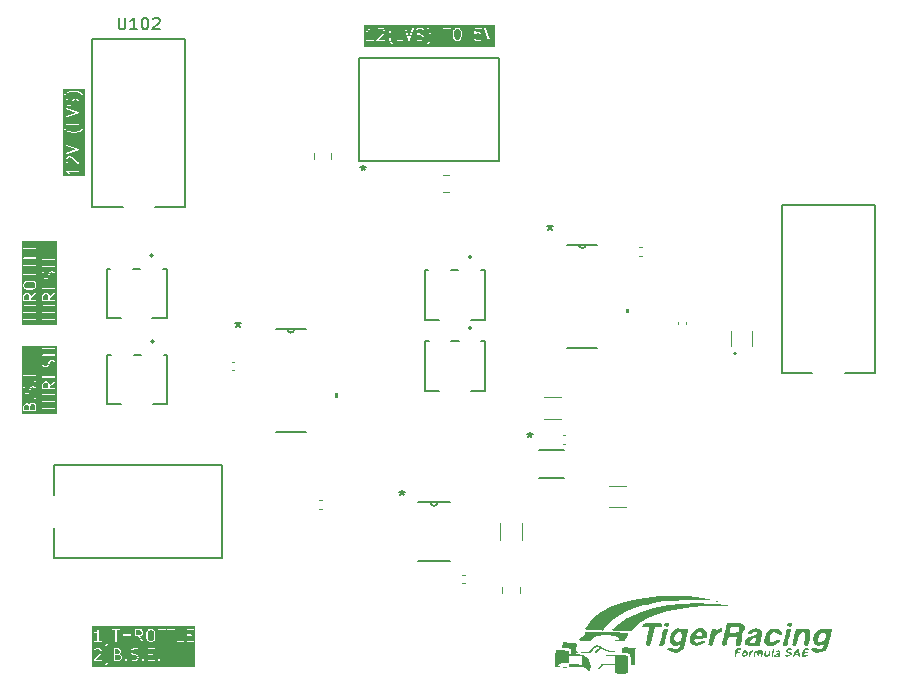
<source format=gbr>
%TF.GenerationSoftware,KiCad,Pcbnew,9.0.0*%
%TF.CreationDate,2025-04-18T23:18:59-05:00*%
%TF.ProjectId,BSPD,42535044-2e6b-4696-9361-645f70636258,rev?*%
%TF.SameCoordinates,Original*%
%TF.FileFunction,Legend,Top*%
%TF.FilePolarity,Positive*%
%FSLAX46Y46*%
G04 Gerber Fmt 4.6, Leading zero omitted, Abs format (unit mm)*
G04 Created by KiCad (PCBNEW 9.0.0) date 2025-04-18 23:18:59*
%MOMM*%
%LPD*%
G01*
G04 APERTURE LIST*
%ADD10C,0.100000*%
%ADD11C,0.150000*%
%ADD12C,0.152400*%
%ADD13C,0.120000*%
%ADD14C,0.000000*%
G04 APERTURE END LIST*
D10*
G36*
X135072113Y-133039929D02*
G01*
X135105648Y-133073465D01*
X135144360Y-133150888D01*
X135144360Y-133270138D01*
X135105648Y-133347561D01*
X135069502Y-133383708D01*
X134992081Y-133422419D01*
X134672932Y-133422419D01*
X134672932Y-132998609D01*
X134948152Y-132998609D01*
X135072113Y-133039929D01*
G37*
G36*
X135021885Y-132561130D02*
G01*
X135058029Y-132597275D01*
X135096741Y-132674698D01*
X135096741Y-132746329D01*
X135058029Y-132823752D01*
X135021885Y-132859897D01*
X134944462Y-132898609D01*
X134672932Y-132898609D01*
X134672932Y-132522419D01*
X134944462Y-132522419D01*
X135021885Y-132561130D01*
G37*
G36*
X137879029Y-130951187D02*
G01*
X137958735Y-131030893D01*
X138001503Y-131201963D01*
X138001503Y-131522986D01*
X137958735Y-131694055D01*
X137879027Y-131773764D01*
X137801605Y-131812475D01*
X137634736Y-131812475D01*
X137557313Y-131773763D01*
X137477604Y-131694054D01*
X137434837Y-131522986D01*
X137434837Y-131201963D01*
X137477604Y-131030893D01*
X137557310Y-130951187D01*
X137634736Y-130912475D01*
X137801605Y-130912475D01*
X137879029Y-130951187D01*
G37*
G36*
X136879028Y-130951186D02*
G01*
X136915172Y-130987331D01*
X136953884Y-131064754D01*
X136953884Y-131184004D01*
X136915172Y-131261427D01*
X136879028Y-131297572D01*
X136801605Y-131336284D01*
X136482456Y-131336284D01*
X136482456Y-130912475D01*
X136801605Y-130912475D01*
X136879028Y-130951186D01*
G37*
G36*
X141446904Y-134010676D02*
G01*
X132751341Y-134010676D01*
X132751341Y-133453285D01*
X132862452Y-133453285D01*
X132862452Y-133491553D01*
X132889512Y-133518613D01*
X132908646Y-133522419D01*
X133527693Y-133522419D01*
X133546827Y-133518613D01*
X133573887Y-133491553D01*
X133573887Y-133453285D01*
X133546827Y-133426225D01*
X133527693Y-133422419D01*
X133029356Y-133422419D01*
X133515429Y-132936345D01*
X133516819Y-132934263D01*
X133517847Y-132933750D01*
X133521817Y-132926784D01*
X133526268Y-132920124D01*
X133526268Y-132918976D01*
X133527508Y-132916801D01*
X133575127Y-132773945D01*
X133576129Y-132765994D01*
X133577693Y-132758133D01*
X133577693Y-132662895D01*
X133577204Y-132660438D01*
X133577567Y-132659350D01*
X133575450Y-132651622D01*
X133573887Y-132643761D01*
X133573075Y-132642949D01*
X133572414Y-132640534D01*
X133524795Y-132545296D01*
X133519883Y-132538967D01*
X133515429Y-132532301D01*
X133467810Y-132484683D01*
X133461148Y-132480231D01*
X133454815Y-132475316D01*
X133359578Y-132427698D01*
X133357162Y-132427036D01*
X133356351Y-132426225D01*
X133348489Y-132424661D01*
X133340762Y-132422545D01*
X133339673Y-132422907D01*
X133337217Y-132422419D01*
X133099122Y-132422419D01*
X133096665Y-132422907D01*
X133095577Y-132422545D01*
X133087849Y-132424661D01*
X133079988Y-132426225D01*
X133079176Y-132427036D01*
X133076761Y-132427698D01*
X132981523Y-132475317D01*
X132975194Y-132480228D01*
X132968528Y-132484683D01*
X132920910Y-132532302D01*
X132910071Y-132548523D01*
X132910071Y-132586791D01*
X132937131Y-132613851D01*
X132975399Y-132613851D01*
X132991620Y-132603012D01*
X133033502Y-132561130D01*
X133110926Y-132522419D01*
X133325414Y-132522419D01*
X133402837Y-132561130D01*
X133438981Y-132597275D01*
X133477693Y-132674698D01*
X133477693Y-132750020D01*
X133436372Y-132873981D01*
X132873291Y-133437064D01*
X132862453Y-133453284D01*
X132862452Y-133453285D01*
X132751341Y-133453285D01*
X132751341Y-131151734D01*
X132906391Y-131151734D01*
X132923505Y-131185962D01*
X132959810Y-131198063D01*
X132978626Y-131192910D01*
X133073863Y-131145292D01*
X133080196Y-131140376D01*
X133086858Y-131135925D01*
X133182096Y-131040687D01*
X133184844Y-131036573D01*
X133188344Y-131033067D01*
X133191979Y-131027614D01*
X133191979Y-131812475D01*
X132956265Y-131812475D01*
X132937131Y-131816281D01*
X132910071Y-131843341D01*
X132910071Y-131881609D01*
X132937131Y-131908669D01*
X132956265Y-131912475D01*
X133527693Y-131912475D01*
X133546827Y-131908669D01*
X133573887Y-131881609D01*
X133573887Y-131843341D01*
X133546827Y-131816281D01*
X133527693Y-131812475D01*
X133291979Y-131812475D01*
X133291979Y-130862475D01*
X133288173Y-130843341D01*
X133284532Y-130839700D01*
X133283523Y-130834653D01*
X133271407Y-130826575D01*
X133261113Y-130816281D01*
X133255967Y-130816281D01*
X133251683Y-130813425D01*
X133237405Y-130816281D01*
X133222845Y-130816281D01*
X133219204Y-130819921D01*
X133214157Y-130820931D01*
X133200377Y-130834740D01*
X133107882Y-130973480D01*
X133021886Y-131059477D01*
X132933904Y-131103468D01*
X132918492Y-131115429D01*
X132906391Y-131151734D01*
X132751341Y-131151734D01*
X132751341Y-130700483D01*
X133814833Y-130700483D01*
X133814833Y-130738751D01*
X133825672Y-130754972D01*
X133869788Y-130799089D01*
X133960553Y-130935236D01*
X134005193Y-131024517D01*
X134050703Y-131161045D01*
X134096741Y-131391235D01*
X134096741Y-131571809D01*
X134050702Y-131802000D01*
X134005193Y-131938527D01*
X133960553Y-132027807D01*
X133869788Y-132163954D01*
X133825672Y-132208072D01*
X133814833Y-132224293D01*
X133814833Y-132262561D01*
X133838766Y-132286494D01*
X133814833Y-132310427D01*
X133814833Y-132348695D01*
X133825672Y-132364916D01*
X133869788Y-132409033D01*
X133960553Y-132545180D01*
X134005193Y-132634461D01*
X134050703Y-132770989D01*
X134096741Y-133001179D01*
X134096741Y-133181753D01*
X134050702Y-133411944D01*
X134005193Y-133548471D01*
X133960553Y-133637751D01*
X133869788Y-133773898D01*
X133825672Y-133818016D01*
X133814833Y-133834237D01*
X133814833Y-133872505D01*
X133841893Y-133899565D01*
X133880161Y-133899565D01*
X133896382Y-133888726D01*
X133944001Y-133841108D01*
X133946751Y-133836991D01*
X133950249Y-133833487D01*
X134045487Y-133690630D01*
X134046684Y-133687730D01*
X134048605Y-133685256D01*
X134096224Y-133590018D01*
X134097167Y-133586571D01*
X134098937Y-133583468D01*
X134146556Y-133440612D01*
X134146948Y-133437501D01*
X134148151Y-133434606D01*
X134195770Y-133196510D01*
X134195775Y-133191560D01*
X134196741Y-133186704D01*
X134196741Y-132996228D01*
X134195775Y-132991371D01*
X134195770Y-132986422D01*
X134148151Y-132748327D01*
X134146948Y-132745431D01*
X134146556Y-132742321D01*
X134098937Y-132599465D01*
X134097167Y-132596361D01*
X134096224Y-132592915D01*
X134048605Y-132497677D01*
X134046684Y-132495202D01*
X134045487Y-132492303D01*
X134032231Y-132472419D01*
X134572932Y-132472419D01*
X134572932Y-133472419D01*
X134576738Y-133491553D01*
X134603798Y-133518613D01*
X134622932Y-133522419D01*
X135003884Y-133522419D01*
X135006340Y-133521930D01*
X135007429Y-133522293D01*
X135015156Y-133520176D01*
X135023018Y-133518613D01*
X135023829Y-133517801D01*
X135026245Y-133517140D01*
X135121482Y-133469522D01*
X135127809Y-133464611D01*
X135134478Y-133460155D01*
X135182097Y-133412535D01*
X135186550Y-133405869D01*
X135186708Y-133405666D01*
X135529119Y-133405666D01*
X135529119Y-133443935D01*
X135529121Y-133443937D01*
X135539958Y-133460155D01*
X135587576Y-133507774D01*
X135603797Y-133518613D01*
X135603798Y-133518613D01*
X135642066Y-133518613D01*
X135658287Y-133507774D01*
X135705906Y-133460156D01*
X135716745Y-133443935D01*
X135716745Y-133405666D01*
X135705907Y-133389445D01*
X135658288Y-133341825D01*
X135642067Y-133330986D01*
X135642066Y-133330986D01*
X135603797Y-133330986D01*
X135587576Y-133341825D01*
X135539957Y-133389445D01*
X135529119Y-133405666D01*
X135186708Y-133405666D01*
X135191462Y-133399541D01*
X135239081Y-133304303D01*
X135239742Y-133301887D01*
X135240554Y-133301076D01*
X135242117Y-133293214D01*
X135244234Y-133285487D01*
X135243871Y-133284398D01*
X135244360Y-133281942D01*
X135244360Y-133139085D01*
X135243871Y-133136628D01*
X135244234Y-133135540D01*
X135242117Y-133127812D01*
X135240554Y-133119951D01*
X135239742Y-133119139D01*
X135239081Y-133116724D01*
X135191462Y-133021486D01*
X135186550Y-133015157D01*
X135182096Y-133008491D01*
X135134477Y-132960873D01*
X135132394Y-132959481D01*
X135131881Y-132958455D01*
X135124920Y-132954487D01*
X135118256Y-132950034D01*
X135117108Y-132950034D01*
X135114933Y-132948794D01*
X135083772Y-132938407D01*
X135086858Y-132936345D01*
X135134477Y-132888727D01*
X135138931Y-132882060D01*
X135143843Y-132875732D01*
X135191462Y-132780494D01*
X135192123Y-132778078D01*
X135192935Y-132777267D01*
X135194498Y-132769405D01*
X135196615Y-132761678D01*
X135196252Y-132760589D01*
X135196741Y-132758133D01*
X135196741Y-132662895D01*
X136001503Y-132662895D01*
X136001503Y-132758133D01*
X136001991Y-132760589D01*
X136001629Y-132761678D01*
X136003745Y-132769405D01*
X136005309Y-132777267D01*
X136006120Y-132778078D01*
X136006782Y-132780494D01*
X136054400Y-132875731D01*
X136059315Y-132882064D01*
X136063767Y-132888726D01*
X136111385Y-132936345D01*
X136118051Y-132940799D01*
X136124380Y-132945711D01*
X136219618Y-132993330D01*
X136224899Y-132994776D01*
X136229852Y-132997116D01*
X136415004Y-133043404D01*
X136498075Y-133084939D01*
X136534219Y-133121084D01*
X136572931Y-133198507D01*
X136572931Y-133270138D01*
X136534219Y-133347561D01*
X136498073Y-133383708D01*
X136420652Y-133422419D01*
X136202473Y-133422419D01*
X136067314Y-133377366D01*
X136047959Y-133374926D01*
X136013730Y-133392040D01*
X136001629Y-133428344D01*
X136018743Y-133462573D01*
X136035692Y-133472234D01*
X136178548Y-133519853D01*
X136186498Y-133520855D01*
X136194360Y-133522419D01*
X136432455Y-133522419D01*
X136434911Y-133521930D01*
X136436000Y-133522293D01*
X136443727Y-133520176D01*
X136451589Y-133518613D01*
X136452400Y-133517801D01*
X136454816Y-133517140D01*
X136550053Y-133469522D01*
X136556380Y-133464611D01*
X136563049Y-133460155D01*
X136610668Y-133412535D01*
X136615121Y-133405869D01*
X136615279Y-133405666D01*
X136957690Y-133405666D01*
X136957690Y-133443935D01*
X136957692Y-133443937D01*
X136968529Y-133460155D01*
X137016147Y-133507774D01*
X137032368Y-133518613D01*
X137032369Y-133518613D01*
X137070637Y-133518613D01*
X137086858Y-133507774D01*
X137134477Y-133460156D01*
X137145316Y-133443935D01*
X137145316Y-133405666D01*
X137134478Y-133389445D01*
X137086859Y-133341825D01*
X137070638Y-133330986D01*
X137070637Y-133330986D01*
X137032368Y-133330986D01*
X137016147Y-133341825D01*
X136968528Y-133389445D01*
X136957690Y-133405666D01*
X136615279Y-133405666D01*
X136620033Y-133399541D01*
X136667652Y-133304303D01*
X136668313Y-133301887D01*
X136669125Y-133301076D01*
X136670688Y-133293214D01*
X136672805Y-133285487D01*
X136672442Y-133284398D01*
X136672931Y-133281942D01*
X136672931Y-133186704D01*
X136672442Y-133184247D01*
X136672805Y-133183159D01*
X136670688Y-133175431D01*
X136669125Y-133167570D01*
X136668313Y-133166758D01*
X136667652Y-133164343D01*
X136620033Y-133069105D01*
X136615121Y-133062776D01*
X136610667Y-133056110D01*
X136563048Y-133008492D01*
X136556386Y-133004040D01*
X136550053Y-132999125D01*
X136454816Y-132951507D01*
X136449534Y-132950060D01*
X136444582Y-132947721D01*
X136259431Y-132901433D01*
X136176359Y-132859897D01*
X136140214Y-132823753D01*
X136101503Y-132746330D01*
X136101503Y-132674698D01*
X136140214Y-132597274D01*
X136176359Y-132561130D01*
X136253783Y-132522419D01*
X136471961Y-132522419D01*
X136607119Y-132567472D01*
X136626475Y-132569912D01*
X136660703Y-132552798D01*
X136672805Y-132516494D01*
X136655690Y-132482265D01*
X136638742Y-132472604D01*
X136638187Y-132472419D01*
X137477693Y-132472419D01*
X137477693Y-133472419D01*
X137481499Y-133491553D01*
X137508559Y-133518613D01*
X137527693Y-133522419D01*
X138003883Y-133522419D01*
X138023017Y-133518613D01*
X138050077Y-133491553D01*
X138050077Y-133453285D01*
X138023017Y-133426225D01*
X138003883Y-133422419D01*
X137577693Y-133422419D01*
X137577693Y-133405666D01*
X138338642Y-133405666D01*
X138338642Y-133443935D01*
X138338644Y-133443937D01*
X138349481Y-133460155D01*
X138397099Y-133507774D01*
X138413320Y-133518613D01*
X138413321Y-133518613D01*
X138451589Y-133518613D01*
X138467810Y-133507774D01*
X138515429Y-133460156D01*
X138526268Y-133443935D01*
X138526268Y-133405666D01*
X138515430Y-133389445D01*
X138467811Y-133341825D01*
X138451590Y-133330986D01*
X138451589Y-133330986D01*
X138413320Y-133330986D01*
X138397099Y-133341825D01*
X138349480Y-133389445D01*
X138338642Y-133405666D01*
X137577693Y-133405666D01*
X137577693Y-132998609D01*
X137861026Y-132998609D01*
X137880160Y-132994803D01*
X137907220Y-132967743D01*
X137907220Y-132929475D01*
X137880160Y-132902415D01*
X137861026Y-132898609D01*
X137577693Y-132898609D01*
X137577693Y-132522419D01*
X138003883Y-132522419D01*
X138023017Y-132518613D01*
X138050077Y-132491553D01*
X138050077Y-132453285D01*
X138023017Y-132426225D01*
X138003883Y-132422419D01*
X137527693Y-132422419D01*
X137508559Y-132426225D01*
X137481499Y-132453285D01*
X137477693Y-132472419D01*
X136638187Y-132472419D01*
X136495885Y-132424985D01*
X136487936Y-132423982D01*
X136480074Y-132422419D01*
X136241979Y-132422419D01*
X136239522Y-132422907D01*
X136238434Y-132422545D01*
X136230706Y-132424661D01*
X136222845Y-132426225D01*
X136222033Y-132427036D01*
X136219618Y-132427698D01*
X136124380Y-132475317D01*
X136118051Y-132480228D01*
X136111385Y-132484683D01*
X136063767Y-132532302D01*
X136059315Y-132538963D01*
X136054400Y-132545297D01*
X136006782Y-132640534D01*
X136006120Y-132642949D01*
X136005309Y-132643761D01*
X136003745Y-132651622D01*
X136001629Y-132659350D01*
X136001991Y-132660438D01*
X136001503Y-132662895D01*
X135196741Y-132662895D01*
X135196252Y-132660438D01*
X135196615Y-132659350D01*
X135194498Y-132651622D01*
X135192935Y-132643761D01*
X135192123Y-132642949D01*
X135191462Y-132640534D01*
X135143843Y-132545296D01*
X135138931Y-132538967D01*
X135134477Y-132532301D01*
X135086858Y-132484683D01*
X135080196Y-132480231D01*
X135073863Y-132475316D01*
X134978626Y-132427698D01*
X134976210Y-132427036D01*
X134975399Y-132426225D01*
X134967537Y-132424661D01*
X134959810Y-132422545D01*
X134958721Y-132422907D01*
X134956265Y-132422419D01*
X134622932Y-132422419D01*
X134603798Y-132426225D01*
X134576738Y-132453285D01*
X134572932Y-132472419D01*
X134032231Y-132472419D01*
X133950249Y-132349445D01*
X133946751Y-132345940D01*
X133944001Y-132341824D01*
X133896382Y-132294206D01*
X133884840Y-132286494D01*
X133896382Y-132278782D01*
X133944001Y-132231164D01*
X133946751Y-132227047D01*
X133950249Y-132223543D01*
X134045487Y-132080686D01*
X134046684Y-132077786D01*
X134048605Y-132075312D01*
X134096224Y-131980074D01*
X134097167Y-131976627D01*
X134098937Y-131973524D01*
X134146556Y-131830668D01*
X134146948Y-131827557D01*
X134148151Y-131824662D01*
X134195770Y-131586566D01*
X134195775Y-131581616D01*
X134196741Y-131576760D01*
X134196741Y-131386284D01*
X134195775Y-131381427D01*
X134195770Y-131376478D01*
X134148151Y-131138383D01*
X134146948Y-131135487D01*
X134146556Y-131132377D01*
X134098937Y-130989521D01*
X134097167Y-130986417D01*
X134096224Y-130982971D01*
X134048605Y-130887733D01*
X134046684Y-130885258D01*
X134045487Y-130882359D01*
X134019475Y-130843341D01*
X134433881Y-130843341D01*
X134433881Y-130881609D01*
X134460941Y-130908669D01*
X134480075Y-130912475D01*
X134715789Y-130912475D01*
X134715789Y-131862475D01*
X134719595Y-131881609D01*
X134746655Y-131908669D01*
X134784923Y-131908669D01*
X134811983Y-131881609D01*
X134815789Y-131862475D01*
X134815789Y-130912475D01*
X135051503Y-130912475D01*
X135070637Y-130908669D01*
X135097697Y-130881609D01*
X135097697Y-130862475D01*
X135334837Y-130862475D01*
X135334837Y-131862475D01*
X135338643Y-131881609D01*
X135365703Y-131908669D01*
X135403971Y-131908669D01*
X135431031Y-131881609D01*
X135434837Y-131862475D01*
X135434837Y-131388665D01*
X135906265Y-131388665D01*
X135906265Y-131862475D01*
X135910071Y-131881609D01*
X135937131Y-131908669D01*
X135975399Y-131908669D01*
X136002459Y-131881609D01*
X136006265Y-131862475D01*
X136006265Y-130862475D01*
X136382456Y-130862475D01*
X136382456Y-131862475D01*
X136386262Y-131881609D01*
X136413322Y-131908669D01*
X136451590Y-131908669D01*
X136478650Y-131881609D01*
X136482456Y-131862475D01*
X136482456Y-131436284D01*
X136644518Y-131436284D01*
X136962922Y-131891148D01*
X136977013Y-131904641D01*
X137014699Y-131911291D01*
X137046050Y-131889346D01*
X137052700Y-131851660D01*
X137044846Y-131833802D01*
X136766584Y-131436284D01*
X136813408Y-131436284D01*
X136815864Y-131435795D01*
X136816953Y-131436158D01*
X136824680Y-131434041D01*
X136832542Y-131432478D01*
X136833353Y-131431666D01*
X136835769Y-131431005D01*
X136931006Y-131383387D01*
X136937339Y-131378471D01*
X136944001Y-131374020D01*
X136991620Y-131326402D01*
X136996074Y-131319735D01*
X137000986Y-131313407D01*
X137048605Y-131218169D01*
X137049266Y-131215753D01*
X137050078Y-131214942D01*
X137051641Y-131207080D01*
X137053758Y-131199353D01*
X137053395Y-131198264D01*
X137053884Y-131195808D01*
X137334837Y-131195808D01*
X137334837Y-131529141D01*
X137336032Y-131535150D01*
X137336330Y-131541268D01*
X137383949Y-131731744D01*
X137386262Y-131736640D01*
X137386262Y-131738751D01*
X137389666Y-131743846D01*
X137392282Y-131749383D01*
X137394090Y-131750468D01*
X137397100Y-131754972D01*
X137492339Y-131850211D01*
X137498998Y-131854661D01*
X137505333Y-131859577D01*
X137600571Y-131907196D01*
X137602986Y-131907857D01*
X137603798Y-131908669D01*
X137611659Y-131910232D01*
X137619387Y-131912349D01*
X137620475Y-131911986D01*
X137622932Y-131912475D01*
X137813408Y-131912475D01*
X137815864Y-131911986D01*
X137816953Y-131912349D01*
X137824680Y-131910232D01*
X137832542Y-131908669D01*
X137833353Y-131907857D01*
X137835769Y-131907196D01*
X137931006Y-131859578D01*
X137937333Y-131854667D01*
X137944002Y-131850211D01*
X138039240Y-131754972D01*
X138042249Y-131750468D01*
X138044058Y-131749383D01*
X138046673Y-131743846D01*
X138050078Y-131738751D01*
X138050078Y-131736640D01*
X138052391Y-131731744D01*
X138100010Y-131541268D01*
X138100307Y-131535150D01*
X138101503Y-131529141D01*
X138101503Y-131195808D01*
X138100307Y-131189798D01*
X138100010Y-131183681D01*
X138052391Y-130993205D01*
X138050078Y-130988308D01*
X138050078Y-130986198D01*
X138046674Y-130981104D01*
X138044058Y-130975566D01*
X138042247Y-130974479D01*
X138039239Y-130969977D01*
X137944001Y-130874739D01*
X137937339Y-130870287D01*
X137931006Y-130865372D01*
X137886944Y-130843341D01*
X138291024Y-130843341D01*
X138291024Y-130881609D01*
X138318084Y-130908669D01*
X138337218Y-130912475D01*
X138572932Y-130912475D01*
X138572932Y-131862475D01*
X138576738Y-131881609D01*
X138603798Y-131908669D01*
X138642066Y-131908669D01*
X138669126Y-131881609D01*
X138672932Y-131862475D01*
X138672932Y-130912475D01*
X138908646Y-130912475D01*
X138927780Y-130908669D01*
X138954840Y-130881609D01*
X138954840Y-130843341D01*
X139052929Y-130843341D01*
X139052929Y-130881609D01*
X139079989Y-130908669D01*
X139099123Y-130912475D01*
X139334837Y-130912475D01*
X139334837Y-131862475D01*
X139338643Y-131881609D01*
X139365703Y-131908669D01*
X139403971Y-131908669D01*
X139431031Y-131881609D01*
X139434837Y-131862475D01*
X139434837Y-130912475D01*
X139670551Y-130912475D01*
X139689685Y-130908669D01*
X139716745Y-130881609D01*
X139716745Y-130862475D01*
X139953885Y-130862475D01*
X139953885Y-131862475D01*
X139957691Y-131881609D01*
X139984751Y-131908669D01*
X140003885Y-131912475D01*
X140480075Y-131912475D01*
X140499209Y-131908669D01*
X140526269Y-131881609D01*
X140526269Y-131843341D01*
X140499209Y-131816281D01*
X140480075Y-131812475D01*
X140053885Y-131812475D01*
X140053885Y-130862475D01*
X140763409Y-130862475D01*
X140763409Y-131862475D01*
X140767215Y-131881609D01*
X140794275Y-131908669D01*
X140813409Y-131912475D01*
X141289599Y-131912475D01*
X141308733Y-131908669D01*
X141335793Y-131881609D01*
X141335793Y-131843341D01*
X141308733Y-131816281D01*
X141289599Y-131812475D01*
X140863409Y-131812475D01*
X140863409Y-131388665D01*
X141146742Y-131388665D01*
X141165876Y-131384859D01*
X141192936Y-131357799D01*
X141192936Y-131319531D01*
X141165876Y-131292471D01*
X141146742Y-131288665D01*
X140863409Y-131288665D01*
X140863409Y-130912475D01*
X141289599Y-130912475D01*
X141308733Y-130908669D01*
X141335793Y-130881609D01*
X141335793Y-130843341D01*
X141308733Y-130816281D01*
X141289599Y-130812475D01*
X140813409Y-130812475D01*
X140794275Y-130816281D01*
X140767215Y-130843341D01*
X140763409Y-130862475D01*
X140053885Y-130862475D01*
X140050079Y-130843341D01*
X140023019Y-130816281D01*
X139984751Y-130816281D01*
X139957691Y-130843341D01*
X139953885Y-130862475D01*
X139716745Y-130862475D01*
X139716745Y-130843341D01*
X139689685Y-130816281D01*
X139670551Y-130812475D01*
X139099123Y-130812475D01*
X139079989Y-130816281D01*
X139052929Y-130843341D01*
X138954840Y-130843341D01*
X138927780Y-130816281D01*
X138908646Y-130812475D01*
X138337218Y-130812475D01*
X138318084Y-130816281D01*
X138291024Y-130843341D01*
X137886944Y-130843341D01*
X137835769Y-130817754D01*
X137833353Y-130817092D01*
X137832542Y-130816281D01*
X137824680Y-130814717D01*
X137816953Y-130812601D01*
X137815864Y-130812963D01*
X137813408Y-130812475D01*
X137622932Y-130812475D01*
X137620475Y-130812963D01*
X137619387Y-130812601D01*
X137611659Y-130814717D01*
X137603798Y-130816281D01*
X137602986Y-130817092D01*
X137600571Y-130817754D01*
X137505333Y-130865373D01*
X137498998Y-130870288D01*
X137492339Y-130874739D01*
X137397101Y-130969977D01*
X137394092Y-130974479D01*
X137392282Y-130975566D01*
X137389665Y-130981104D01*
X137386262Y-130986198D01*
X137386262Y-130988308D01*
X137383949Y-130993205D01*
X137336330Y-131183681D01*
X137336032Y-131189798D01*
X137334837Y-131195808D01*
X137053884Y-131195808D01*
X137053884Y-131052951D01*
X137053395Y-131050494D01*
X137053758Y-131049406D01*
X137051641Y-131041678D01*
X137050078Y-131033817D01*
X137049266Y-131033005D01*
X137048605Y-131030590D01*
X137000986Y-130935352D01*
X136996074Y-130929023D01*
X136991620Y-130922357D01*
X136944001Y-130874739D01*
X136937339Y-130870287D01*
X136931006Y-130865372D01*
X136835769Y-130817754D01*
X136833353Y-130817092D01*
X136832542Y-130816281D01*
X136824680Y-130814717D01*
X136816953Y-130812601D01*
X136815864Y-130812963D01*
X136813408Y-130812475D01*
X136432456Y-130812475D01*
X136413322Y-130816281D01*
X136386262Y-130843341D01*
X136382456Y-130862475D01*
X136006265Y-130862475D01*
X136002459Y-130843341D01*
X135975399Y-130816281D01*
X135937131Y-130816281D01*
X135910071Y-130843341D01*
X135906265Y-130862475D01*
X135906265Y-131288665D01*
X135434837Y-131288665D01*
X135434837Y-130862475D01*
X135431031Y-130843341D01*
X135403971Y-130816281D01*
X135365703Y-130816281D01*
X135338643Y-130843341D01*
X135334837Y-130862475D01*
X135097697Y-130862475D01*
X135097697Y-130843341D01*
X135070637Y-130816281D01*
X135051503Y-130812475D01*
X134480075Y-130812475D01*
X134460941Y-130816281D01*
X134433881Y-130843341D01*
X134019475Y-130843341D01*
X133950249Y-130739501D01*
X133946751Y-130735996D01*
X133944001Y-130731880D01*
X133896382Y-130684262D01*
X133880161Y-130673423D01*
X133841893Y-130673423D01*
X133814833Y-130700483D01*
X132751341Y-130700483D01*
X132751341Y-130562312D01*
X141446904Y-130562312D01*
X141446904Y-134010676D01*
G37*
G36*
X132110676Y-92504719D02*
G01*
X130272256Y-92504719D01*
X130272256Y-92048317D01*
X130523370Y-92048317D01*
X130526225Y-92062592D01*
X130526225Y-92077154D01*
X130529865Y-92080794D01*
X130530875Y-92085842D01*
X130544684Y-92099623D01*
X130683425Y-92192117D01*
X130769420Y-92278112D01*
X130813411Y-92366094D01*
X130825373Y-92381506D01*
X130861677Y-92393608D01*
X130895905Y-92376494D01*
X130908007Y-92340189D01*
X130902854Y-92321373D01*
X130855235Y-92226135D01*
X130850319Y-92219800D01*
X130845869Y-92213141D01*
X130750631Y-92117903D01*
X130746515Y-92115152D01*
X130743011Y-92111656D01*
X130737557Y-92108020D01*
X131522419Y-92108020D01*
X131522419Y-92343734D01*
X131526225Y-92362868D01*
X131553285Y-92389928D01*
X131591553Y-92389928D01*
X131618613Y-92362868D01*
X131622419Y-92343734D01*
X131622419Y-91772306D01*
X131618613Y-91753172D01*
X131591553Y-91726112D01*
X131553285Y-91726112D01*
X131526225Y-91753172D01*
X131522419Y-91772306D01*
X131522419Y-92008020D01*
X130572419Y-92008020D01*
X130553285Y-92011826D01*
X130549644Y-92015466D01*
X130544597Y-92016476D01*
X130536521Y-92028589D01*
X130526225Y-92038886D01*
X130526225Y-92044034D01*
X130523370Y-92048317D01*
X130272256Y-92048317D01*
X130272256Y-91010401D01*
X130522419Y-91010401D01*
X130522419Y-91248496D01*
X130522907Y-91250952D01*
X130522545Y-91252041D01*
X130524661Y-91259768D01*
X130526225Y-91267630D01*
X130527036Y-91268441D01*
X130527698Y-91270857D01*
X130575316Y-91366094D01*
X130580231Y-91372427D01*
X130584683Y-91379089D01*
X130632301Y-91426708D01*
X130648522Y-91437547D01*
X130686791Y-91437547D01*
X130713851Y-91410487D01*
X130713851Y-91372218D01*
X130703012Y-91355997D01*
X130661130Y-91314116D01*
X130622419Y-91236693D01*
X130622419Y-91022204D01*
X130661130Y-90944780D01*
X130697275Y-90908636D01*
X130774699Y-90869925D01*
X130850020Y-90869925D01*
X130973981Y-90911245D01*
X131537064Y-91474327D01*
X131553285Y-91485166D01*
X131591553Y-91485166D01*
X131618613Y-91458106D01*
X131622419Y-91438972D01*
X131622419Y-90819925D01*
X131618613Y-90800791D01*
X131591553Y-90773731D01*
X131553285Y-90773731D01*
X131526225Y-90800791D01*
X131522419Y-90819925D01*
X131522419Y-91318262D01*
X131036345Y-90832189D01*
X131034262Y-90830797D01*
X131033749Y-90829771D01*
X131026788Y-90825803D01*
X131020124Y-90821350D01*
X131018976Y-90821350D01*
X131016801Y-90820110D01*
X130873944Y-90772491D01*
X130865995Y-90771488D01*
X130858133Y-90769925D01*
X130762895Y-90769925D01*
X130760438Y-90770413D01*
X130759350Y-90770051D01*
X130751622Y-90772167D01*
X130743761Y-90773731D01*
X130742949Y-90774542D01*
X130740534Y-90775204D01*
X130645296Y-90822823D01*
X130638967Y-90827734D01*
X130632301Y-90832189D01*
X130584683Y-90879808D01*
X130580231Y-90886469D01*
X130575316Y-90892803D01*
X130527698Y-90988040D01*
X130527036Y-90990455D01*
X130526225Y-90991267D01*
X130524661Y-90999128D01*
X130522545Y-91006856D01*
X130522907Y-91007944D01*
X130522419Y-91010401D01*
X130272256Y-91010401D01*
X130272256Y-89871088D01*
X130522545Y-89871088D01*
X130539659Y-89905317D01*
X130556608Y-89914978D01*
X131414305Y-90200877D01*
X130556608Y-90486776D01*
X130539659Y-90496437D01*
X130522545Y-90530666D01*
X130534646Y-90566970D01*
X130568875Y-90584084D01*
X130588230Y-90581644D01*
X131588230Y-90248311D01*
X131605178Y-90238650D01*
X131606849Y-90235307D01*
X131610191Y-90233637D01*
X131615204Y-90218598D01*
X131622293Y-90204421D01*
X131621111Y-90200877D01*
X131622293Y-90197333D01*
X131615204Y-90183155D01*
X131610191Y-90168117D01*
X131606849Y-90166446D01*
X131605178Y-90163104D01*
X131588230Y-90153443D01*
X130588230Y-89820110D01*
X130568875Y-89817670D01*
X130534646Y-89834784D01*
X130522545Y-89871088D01*
X130272256Y-89871088D01*
X130272256Y-88467457D01*
X130383367Y-88467457D01*
X130383367Y-88505725D01*
X130394206Y-88521946D01*
X130441824Y-88569565D01*
X130445940Y-88572315D01*
X130449445Y-88575813D01*
X130592303Y-88671051D01*
X130595202Y-88672248D01*
X130597677Y-88674169D01*
X130692915Y-88721788D01*
X130696361Y-88722731D01*
X130699465Y-88724501D01*
X130842321Y-88772120D01*
X130845431Y-88772512D01*
X130848327Y-88773715D01*
X131086422Y-88821334D01*
X131091371Y-88821339D01*
X131096228Y-88822305D01*
X131286704Y-88822305D01*
X131291560Y-88821339D01*
X131296510Y-88821334D01*
X131534606Y-88773715D01*
X131537502Y-88772511D01*
X131540611Y-88772120D01*
X131683468Y-88724501D01*
X131686571Y-88722731D01*
X131690018Y-88721788D01*
X131785255Y-88674170D01*
X131787731Y-88672247D01*
X131790630Y-88671051D01*
X131933487Y-88575812D01*
X131936991Y-88572315D01*
X131941107Y-88569565D01*
X131988726Y-88521947D01*
X131999565Y-88505726D01*
X131999565Y-88467457D01*
X131972505Y-88440397D01*
X131934236Y-88440397D01*
X131918015Y-88451236D01*
X131873900Y-88495351D01*
X131737746Y-88586121D01*
X131648475Y-88630756D01*
X131511943Y-88676267D01*
X131281753Y-88722305D01*
X131101179Y-88722305D01*
X130870989Y-88676267D01*
X130734461Y-88630757D01*
X130645180Y-88586117D01*
X130509033Y-88495352D01*
X130464916Y-88451236D01*
X130448695Y-88440397D01*
X130410427Y-88440397D01*
X130383367Y-88467457D01*
X130272256Y-88467457D01*
X130272256Y-88086504D01*
X130526225Y-88086504D01*
X130526225Y-88124772D01*
X130553285Y-88151832D01*
X130572419Y-88155638D01*
X131572419Y-88155638D01*
X131591553Y-88151832D01*
X131618613Y-88124772D01*
X131622419Y-88105638D01*
X131622419Y-87629448D01*
X131618613Y-87610314D01*
X131591553Y-87583254D01*
X131553285Y-87583254D01*
X131526225Y-87610314D01*
X131522419Y-87629448D01*
X131522419Y-88055638D01*
X130572419Y-88055638D01*
X130553285Y-88059444D01*
X130526225Y-88086504D01*
X130272256Y-88086504D01*
X130272256Y-86775849D01*
X130522545Y-86775849D01*
X130539659Y-86810078D01*
X130556608Y-86819739D01*
X131414305Y-87105638D01*
X130556608Y-87391537D01*
X130539659Y-87401198D01*
X130522545Y-87435427D01*
X130534646Y-87471731D01*
X130568875Y-87488845D01*
X130588230Y-87486405D01*
X131588230Y-87153072D01*
X131605178Y-87143411D01*
X131606849Y-87140068D01*
X131610191Y-87138398D01*
X131615204Y-87123359D01*
X131622293Y-87109182D01*
X131621111Y-87105638D01*
X131622293Y-87102094D01*
X131615204Y-87087916D01*
X131610191Y-87072878D01*
X131606849Y-87071207D01*
X131605178Y-87067865D01*
X131588230Y-87058204D01*
X130588230Y-86724871D01*
X130568875Y-86722431D01*
X130534646Y-86739545D01*
X130522545Y-86775849D01*
X130272256Y-86775849D01*
X130272256Y-86058019D01*
X130522419Y-86058019D01*
X130522419Y-86296114D01*
X130522907Y-86298570D01*
X130522545Y-86299659D01*
X130524661Y-86307386D01*
X130526225Y-86315248D01*
X130527036Y-86316059D01*
X130527698Y-86318475D01*
X130575316Y-86413712D01*
X130580231Y-86420045D01*
X130584683Y-86426707D01*
X130632301Y-86474326D01*
X130638967Y-86478780D01*
X130645296Y-86483692D01*
X130740534Y-86531311D01*
X130742949Y-86531972D01*
X130743761Y-86532784D01*
X130751622Y-86534347D01*
X130759350Y-86536464D01*
X130760438Y-86536101D01*
X130762895Y-86536590D01*
X130858133Y-86536590D01*
X130860589Y-86536101D01*
X130861678Y-86536464D01*
X130869405Y-86534347D01*
X130877267Y-86532784D01*
X130878078Y-86531972D01*
X130880494Y-86531311D01*
X130975731Y-86483693D01*
X130982064Y-86478777D01*
X130988726Y-86474326D01*
X131036345Y-86426708D01*
X131040799Y-86420041D01*
X131045711Y-86413713D01*
X131093330Y-86318475D01*
X131094776Y-86313193D01*
X131097116Y-86308241D01*
X131143404Y-86123089D01*
X131184939Y-86040017D01*
X131221084Y-86003873D01*
X131298508Y-85965162D01*
X131370139Y-85965162D01*
X131447561Y-86003873D01*
X131483708Y-86040019D01*
X131522419Y-86117441D01*
X131522419Y-86335620D01*
X131477366Y-86470779D01*
X131474926Y-86490134D01*
X131492040Y-86524363D01*
X131528344Y-86536464D01*
X131562573Y-86519350D01*
X131572234Y-86502401D01*
X131619853Y-86359545D01*
X131620855Y-86351594D01*
X131622419Y-86343733D01*
X131622419Y-86105638D01*
X131621930Y-86103181D01*
X131622293Y-86102093D01*
X131620176Y-86094365D01*
X131618613Y-86086504D01*
X131617801Y-86085692D01*
X131617140Y-86083277D01*
X131569521Y-85988039D01*
X131564609Y-85981710D01*
X131560155Y-85975044D01*
X131512535Y-85927425D01*
X131505868Y-85922970D01*
X131499540Y-85918059D01*
X131404303Y-85870441D01*
X131401887Y-85869779D01*
X131401076Y-85868968D01*
X131393214Y-85867404D01*
X131385487Y-85865288D01*
X131384398Y-85865650D01*
X131381942Y-85865162D01*
X131286704Y-85865162D01*
X131284247Y-85865650D01*
X131283159Y-85865288D01*
X131275431Y-85867404D01*
X131267570Y-85868968D01*
X131266758Y-85869779D01*
X131264343Y-85870441D01*
X131169105Y-85918060D01*
X131162776Y-85922971D01*
X131156110Y-85927426D01*
X131108492Y-85975045D01*
X131104040Y-85981706D01*
X131099125Y-85988040D01*
X131051507Y-86083277D01*
X131050060Y-86088558D01*
X131047721Y-86093511D01*
X131001433Y-86278661D01*
X130959897Y-86361733D01*
X130923753Y-86397878D01*
X130846330Y-86436590D01*
X130774699Y-86436590D01*
X130697275Y-86397878D01*
X130661130Y-86361734D01*
X130622419Y-86284311D01*
X130622419Y-86066132D01*
X130667472Y-85930974D01*
X130669912Y-85911618D01*
X130652798Y-85877390D01*
X130616494Y-85865288D01*
X130582265Y-85882403D01*
X130572604Y-85899351D01*
X130524985Y-86042208D01*
X130523982Y-86050156D01*
X130522419Y-86058019D01*
X130272256Y-86058019D01*
X130272256Y-85562694D01*
X130383367Y-85562694D01*
X130383367Y-85600962D01*
X130410427Y-85628022D01*
X130448695Y-85628022D01*
X130464916Y-85617183D01*
X130509033Y-85573066D01*
X130645180Y-85482301D01*
X130734461Y-85437661D01*
X130870989Y-85392152D01*
X131101179Y-85346114D01*
X131281753Y-85346114D01*
X131511943Y-85392151D01*
X131648475Y-85437662D01*
X131737746Y-85482298D01*
X131873900Y-85573067D01*
X131918015Y-85617183D01*
X131934236Y-85628022D01*
X131972505Y-85628022D01*
X131999565Y-85600962D01*
X131999565Y-85562693D01*
X131988726Y-85546472D01*
X131941107Y-85498854D01*
X131936991Y-85496103D01*
X131933487Y-85492607D01*
X131790630Y-85397368D01*
X131787731Y-85396171D01*
X131785255Y-85394249D01*
X131690018Y-85346631D01*
X131686571Y-85345687D01*
X131683468Y-85343918D01*
X131540611Y-85296299D01*
X131537502Y-85295907D01*
X131534606Y-85294704D01*
X131296510Y-85247085D01*
X131291560Y-85247079D01*
X131286704Y-85246114D01*
X131096228Y-85246114D01*
X131091371Y-85247079D01*
X131086422Y-85247085D01*
X130848327Y-85294704D01*
X130845431Y-85295906D01*
X130842321Y-85296299D01*
X130699465Y-85343918D01*
X130696361Y-85345687D01*
X130692915Y-85346631D01*
X130597677Y-85394250D01*
X130595202Y-85396170D01*
X130592303Y-85397368D01*
X130449445Y-85492606D01*
X130445940Y-85496103D01*
X130441824Y-85498854D01*
X130394206Y-85546473D01*
X130383367Y-85562694D01*
X130272256Y-85562694D01*
X130272256Y-85135003D01*
X132110676Y-85135003D01*
X132110676Y-92504719D01*
G37*
G36*
X127313809Y-111861017D02*
G01*
X127349953Y-111897162D01*
X127388665Y-111974585D01*
X127388665Y-112246115D01*
X127012475Y-112246115D01*
X127012475Y-111974585D01*
X127051186Y-111897161D01*
X127087331Y-111861017D01*
X127164755Y-111822306D01*
X127236386Y-111822306D01*
X127313809Y-111861017D01*
G37*
G36*
X127837617Y-111813398D02*
G01*
X127873764Y-111849544D01*
X127912475Y-111926966D01*
X127912475Y-112246115D01*
X127488665Y-112246115D01*
X127488665Y-111970895D01*
X127529985Y-111846933D01*
X127563521Y-111813398D01*
X127640945Y-111774687D01*
X127760195Y-111774687D01*
X127837617Y-111813398D01*
G37*
G36*
X128971372Y-110003874D02*
G01*
X129007516Y-110040019D01*
X129046228Y-110117442D01*
X129046228Y-110436591D01*
X128622419Y-110436591D01*
X128622419Y-110117442D01*
X128661130Y-110040018D01*
X128697275Y-110003874D01*
X128774699Y-109965163D01*
X128893949Y-109965163D01*
X128971372Y-110003874D01*
G37*
G36*
X129733530Y-112596277D02*
G01*
X126801364Y-112596277D01*
X126801364Y-111962782D01*
X126912475Y-111962782D01*
X126912475Y-112296115D01*
X126916281Y-112315249D01*
X126943341Y-112342309D01*
X126962475Y-112346115D01*
X127962475Y-112346115D01*
X127981609Y-112342309D01*
X128008669Y-112315249D01*
X128012475Y-112296115D01*
X128012475Y-111915163D01*
X128011986Y-111912706D01*
X128012349Y-111911618D01*
X128010232Y-111903890D01*
X128008669Y-111896029D01*
X128007857Y-111895217D01*
X128007196Y-111892802D01*
X127994567Y-111867544D01*
X128522419Y-111867544D01*
X128522419Y-112438972D01*
X128526225Y-112458106D01*
X128553285Y-112485166D01*
X128591553Y-112485166D01*
X128618613Y-112458106D01*
X128622419Y-112438972D01*
X128622419Y-112203258D01*
X129572419Y-112203258D01*
X129591553Y-112199452D01*
X129618613Y-112172392D01*
X129618613Y-112134124D01*
X129591553Y-112107064D01*
X129572419Y-112103258D01*
X128622419Y-112103258D01*
X128622419Y-111867544D01*
X128618613Y-111848410D01*
X128591553Y-111821350D01*
X128553285Y-111821350D01*
X128526225Y-111848410D01*
X128522419Y-111867544D01*
X127994567Y-111867544D01*
X127959577Y-111797564D01*
X127954665Y-111791235D01*
X127950211Y-111784569D01*
X127902591Y-111736950D01*
X127895924Y-111732495D01*
X127889596Y-111727584D01*
X127794359Y-111679966D01*
X127791943Y-111679304D01*
X127791132Y-111678493D01*
X127783270Y-111676929D01*
X127775543Y-111674813D01*
X127774454Y-111675175D01*
X127771998Y-111674687D01*
X127629141Y-111674687D01*
X127626684Y-111675175D01*
X127625596Y-111674813D01*
X127617868Y-111676929D01*
X127610007Y-111678493D01*
X127609195Y-111679304D01*
X127606780Y-111679966D01*
X127511542Y-111727585D01*
X127505213Y-111732496D01*
X127498547Y-111736951D01*
X127450929Y-111784570D01*
X127449537Y-111786652D01*
X127448511Y-111787166D01*
X127444543Y-111794126D01*
X127440090Y-111800791D01*
X127440090Y-111801938D01*
X127438850Y-111804114D01*
X127428463Y-111835274D01*
X127426401Y-111832188D01*
X127378782Y-111784570D01*
X127372120Y-111780118D01*
X127365787Y-111775203D01*
X127270550Y-111727585D01*
X127268134Y-111726923D01*
X127267323Y-111726112D01*
X127259461Y-111724548D01*
X127251734Y-111722432D01*
X127250645Y-111722794D01*
X127248189Y-111722306D01*
X127152951Y-111722306D01*
X127150494Y-111722794D01*
X127149406Y-111722432D01*
X127141678Y-111724548D01*
X127133817Y-111726112D01*
X127133005Y-111726923D01*
X127130590Y-111727585D01*
X127035352Y-111775204D01*
X127029023Y-111780115D01*
X127022357Y-111784570D01*
X126974739Y-111832189D01*
X126970287Y-111838850D01*
X126965372Y-111845184D01*
X126917754Y-111940421D01*
X126917092Y-111942836D01*
X126916281Y-111943648D01*
X126914717Y-111951509D01*
X126912601Y-111959237D01*
X126912963Y-111960325D01*
X126912475Y-111962782D01*
X126801364Y-111962782D01*
X126801364Y-111276980D01*
X127821042Y-111276980D01*
X127821042Y-111276981D01*
X127821042Y-111315250D01*
X127831881Y-111331471D01*
X127879501Y-111379090D01*
X127895722Y-111389928D01*
X127933991Y-111389928D01*
X127933993Y-111389925D01*
X127950211Y-111379089D01*
X127997830Y-111331471D01*
X128008669Y-111315250D01*
X128008669Y-111276981D01*
X128008669Y-111276980D01*
X127997830Y-111260759D01*
X127950211Y-111213141D01*
X127933993Y-111202304D01*
X127933991Y-111202302D01*
X127895722Y-111202302D01*
X127879501Y-111213140D01*
X127831881Y-111260759D01*
X127821042Y-111276980D01*
X126801364Y-111276980D01*
X126801364Y-110943648D01*
X128526225Y-110943648D01*
X128526225Y-110981916D01*
X128553285Y-111008976D01*
X128572419Y-111012782D01*
X128998609Y-111012782D01*
X128998609Y-111484210D01*
X128572419Y-111484210D01*
X128553285Y-111488016D01*
X128526225Y-111515076D01*
X128526225Y-111553344D01*
X128553285Y-111580404D01*
X128572419Y-111584210D01*
X129572419Y-111584210D01*
X129591553Y-111580404D01*
X129618613Y-111553344D01*
X129618613Y-111515076D01*
X129591553Y-111488016D01*
X129572419Y-111484210D01*
X129098609Y-111484210D01*
X129098609Y-111012782D01*
X129572419Y-111012782D01*
X129591553Y-111008976D01*
X129618613Y-110981916D01*
X129618613Y-110943648D01*
X129591553Y-110916588D01*
X129572419Y-110912782D01*
X128572419Y-110912782D01*
X128553285Y-110916588D01*
X128526225Y-110943648D01*
X126801364Y-110943648D01*
X126801364Y-110438973D01*
X126912475Y-110438973D01*
X126912475Y-110677068D01*
X126912963Y-110679524D01*
X126912601Y-110680613D01*
X126914717Y-110688340D01*
X126916281Y-110696202D01*
X126917092Y-110697013D01*
X126917754Y-110699429D01*
X126965372Y-110794666D01*
X126970287Y-110800999D01*
X126974739Y-110807661D01*
X127022357Y-110855280D01*
X127029023Y-110859734D01*
X127035352Y-110864646D01*
X127130590Y-110912265D01*
X127133005Y-110912926D01*
X127133817Y-110913738D01*
X127141678Y-110915301D01*
X127149406Y-110917418D01*
X127150494Y-110917055D01*
X127152951Y-110917544D01*
X127248189Y-110917544D01*
X127250645Y-110917055D01*
X127251734Y-110917418D01*
X127259461Y-110915301D01*
X127267323Y-110913738D01*
X127268134Y-110912926D01*
X127270550Y-110912265D01*
X127365787Y-110864647D01*
X127372120Y-110859731D01*
X127378782Y-110855280D01*
X127426401Y-110807662D01*
X127430855Y-110800995D01*
X127435767Y-110794667D01*
X127483386Y-110699429D01*
X127484832Y-110694147D01*
X127487172Y-110689195D01*
X127533460Y-110504043D01*
X127574995Y-110420971D01*
X127611140Y-110384827D01*
X127688564Y-110346116D01*
X127760195Y-110346116D01*
X127837617Y-110384827D01*
X127873764Y-110420973D01*
X127912475Y-110498395D01*
X127912475Y-110716574D01*
X127867422Y-110851733D01*
X127864982Y-110871088D01*
X127882096Y-110905317D01*
X127918400Y-110917418D01*
X127952629Y-110900304D01*
X127962290Y-110883355D01*
X128009909Y-110740499D01*
X128010911Y-110732548D01*
X128012475Y-110724687D01*
X128012475Y-110486592D01*
X128011986Y-110484135D01*
X128012349Y-110483047D01*
X128010232Y-110475319D01*
X128008669Y-110467458D01*
X128007857Y-110466646D01*
X128007196Y-110464231D01*
X127959577Y-110368993D01*
X127954665Y-110362664D01*
X127950211Y-110355998D01*
X127902591Y-110308379D01*
X127895924Y-110303924D01*
X127889596Y-110299013D01*
X127794359Y-110251395D01*
X127791943Y-110250733D01*
X127791132Y-110249922D01*
X127783270Y-110248358D01*
X127775543Y-110246242D01*
X127774454Y-110246604D01*
X127771998Y-110246116D01*
X127676760Y-110246116D01*
X127674303Y-110246604D01*
X127673215Y-110246242D01*
X127665487Y-110248358D01*
X127657626Y-110249922D01*
X127656814Y-110250733D01*
X127654399Y-110251395D01*
X127559161Y-110299014D01*
X127552832Y-110303925D01*
X127546166Y-110308380D01*
X127498548Y-110355999D01*
X127494096Y-110362660D01*
X127489181Y-110368994D01*
X127441563Y-110464231D01*
X127440116Y-110469512D01*
X127437777Y-110474465D01*
X127391489Y-110659615D01*
X127349953Y-110742687D01*
X127313809Y-110778832D01*
X127236386Y-110817544D01*
X127164755Y-110817544D01*
X127087331Y-110778832D01*
X127051186Y-110742688D01*
X127012475Y-110665265D01*
X127012475Y-110447086D01*
X127057528Y-110311928D01*
X127059968Y-110292572D01*
X127042854Y-110258344D01*
X127006550Y-110246242D01*
X126972321Y-110263357D01*
X126962660Y-110280305D01*
X126915041Y-110423162D01*
X126914038Y-110431110D01*
X126912475Y-110438973D01*
X126801364Y-110438973D01*
X126801364Y-110105639D01*
X128522419Y-110105639D01*
X128522419Y-110486591D01*
X128526225Y-110505725D01*
X128553285Y-110532785D01*
X128572419Y-110536591D01*
X129572419Y-110536591D01*
X129591553Y-110532785D01*
X129618613Y-110505725D01*
X129618613Y-110467457D01*
X129591553Y-110440397D01*
X129572419Y-110436591D01*
X129146228Y-110436591D01*
X129146228Y-110274529D01*
X129601092Y-109956125D01*
X129614585Y-109942034D01*
X129621235Y-109904348D01*
X129599290Y-109872997D01*
X129561604Y-109866347D01*
X129543746Y-109874201D01*
X129146228Y-110152463D01*
X129146228Y-110105639D01*
X129145739Y-110103182D01*
X129146102Y-110102094D01*
X129143985Y-110094366D01*
X129142422Y-110086505D01*
X129141610Y-110085693D01*
X129140949Y-110083278D01*
X129093330Y-109988040D01*
X129088418Y-109981711D01*
X129083964Y-109975045D01*
X129036345Y-109927427D01*
X129029683Y-109922975D01*
X129023350Y-109918060D01*
X128928113Y-109870442D01*
X128925697Y-109869780D01*
X128924886Y-109868969D01*
X128917024Y-109867405D01*
X128909297Y-109865289D01*
X128908208Y-109865651D01*
X128905752Y-109865163D01*
X128762895Y-109865163D01*
X128760438Y-109865651D01*
X128759350Y-109865289D01*
X128751622Y-109867405D01*
X128743761Y-109868969D01*
X128742949Y-109869780D01*
X128740534Y-109870442D01*
X128645296Y-109918061D01*
X128638967Y-109922972D01*
X128632301Y-109927427D01*
X128584683Y-109975046D01*
X128580231Y-109981707D01*
X128575316Y-109988041D01*
X128527698Y-110083278D01*
X128527036Y-110085693D01*
X128526225Y-110086505D01*
X128524661Y-110094366D01*
X128522545Y-110102094D01*
X128522907Y-110103182D01*
X128522419Y-110105639D01*
X126801364Y-110105639D01*
X126801364Y-109848409D01*
X127821042Y-109848409D01*
X127821042Y-109848410D01*
X127821042Y-109886679D01*
X127831881Y-109902900D01*
X127879501Y-109950519D01*
X127895722Y-109961357D01*
X127933991Y-109961357D01*
X127933993Y-109961354D01*
X127950211Y-109950518D01*
X127997830Y-109902900D01*
X128008669Y-109886679D01*
X128008669Y-109848410D01*
X128008669Y-109848409D01*
X127997830Y-109832188D01*
X127950211Y-109784570D01*
X127933993Y-109773733D01*
X127933991Y-109773731D01*
X127895722Y-109773731D01*
X127879501Y-109784569D01*
X127831881Y-109832188D01*
X127821042Y-109848409D01*
X126801364Y-109848409D01*
X126801364Y-108915164D01*
X126912475Y-108915164D01*
X126912475Y-109391354D01*
X126916281Y-109410488D01*
X126943341Y-109437548D01*
X126962475Y-109441354D01*
X127962475Y-109441354D01*
X127981609Y-109437548D01*
X128008669Y-109410488D01*
X128012475Y-109391354D01*
X128012475Y-109010401D01*
X128522419Y-109010401D01*
X128522419Y-109486591D01*
X128526225Y-109505725D01*
X128553285Y-109532785D01*
X128572419Y-109536591D01*
X129572419Y-109536591D01*
X129591553Y-109532785D01*
X129618613Y-109505725D01*
X129622419Y-109486591D01*
X129622419Y-109010401D01*
X129618613Y-108991267D01*
X129591553Y-108964207D01*
X129553285Y-108964207D01*
X129526225Y-108991267D01*
X129522419Y-109010401D01*
X129522419Y-109436591D01*
X129098609Y-109436591D01*
X129098609Y-109153258D01*
X129094803Y-109134124D01*
X129067743Y-109107064D01*
X129029475Y-109107064D01*
X129002415Y-109134124D01*
X128998609Y-109153258D01*
X128998609Y-109436591D01*
X128622419Y-109436591D01*
X128622419Y-109010401D01*
X128618613Y-108991267D01*
X128591553Y-108964207D01*
X128553285Y-108964207D01*
X128526225Y-108991267D01*
X128522419Y-109010401D01*
X128012475Y-109010401D01*
X128012475Y-108915164D01*
X128008669Y-108896030D01*
X127981609Y-108868970D01*
X127943341Y-108868970D01*
X127916281Y-108896030D01*
X127912475Y-108915164D01*
X127912475Y-109341354D01*
X127488665Y-109341354D01*
X127488665Y-109058021D01*
X127484859Y-109038887D01*
X127457799Y-109011827D01*
X127419531Y-109011827D01*
X127392471Y-109038887D01*
X127388665Y-109058021D01*
X127388665Y-109341354D01*
X127012475Y-109341354D01*
X127012475Y-108915164D01*
X127008669Y-108896030D01*
X126981609Y-108868970D01*
X126943341Y-108868970D01*
X126916281Y-108896030D01*
X126912475Y-108915164D01*
X126801364Y-108915164D01*
X126801364Y-108200877D01*
X128522419Y-108200877D01*
X128522419Y-108438972D01*
X128522907Y-108441428D01*
X128522545Y-108442517D01*
X128524661Y-108450244D01*
X128526225Y-108458106D01*
X128527036Y-108458917D01*
X128527698Y-108461333D01*
X128575316Y-108556570D01*
X128580231Y-108562903D01*
X128584683Y-108569565D01*
X128632301Y-108617184D01*
X128638967Y-108621638D01*
X128645296Y-108626550D01*
X128740534Y-108674169D01*
X128742949Y-108674830D01*
X128743761Y-108675642D01*
X128751622Y-108677205D01*
X128759350Y-108679322D01*
X128760438Y-108678959D01*
X128762895Y-108679448D01*
X128858133Y-108679448D01*
X128860589Y-108678959D01*
X128861678Y-108679322D01*
X128869405Y-108677205D01*
X128877267Y-108675642D01*
X128878078Y-108674830D01*
X128880494Y-108674169D01*
X128975731Y-108626551D01*
X128982064Y-108621635D01*
X128988726Y-108617184D01*
X129036345Y-108569566D01*
X129040799Y-108562899D01*
X129045711Y-108556571D01*
X129093330Y-108461333D01*
X129094776Y-108456051D01*
X129097116Y-108451099D01*
X129143404Y-108265947D01*
X129184939Y-108182875D01*
X129221084Y-108146731D01*
X129298508Y-108108020D01*
X129370139Y-108108020D01*
X129447561Y-108146731D01*
X129483708Y-108182877D01*
X129522419Y-108260299D01*
X129522419Y-108478478D01*
X129477366Y-108613637D01*
X129474926Y-108632992D01*
X129492040Y-108667221D01*
X129528344Y-108679322D01*
X129562573Y-108662208D01*
X129572234Y-108645259D01*
X129619853Y-108502403D01*
X129620855Y-108494452D01*
X129622419Y-108486591D01*
X129622419Y-108248496D01*
X129621930Y-108246039D01*
X129622293Y-108244951D01*
X129620176Y-108237223D01*
X129618613Y-108229362D01*
X129617801Y-108228550D01*
X129617140Y-108226135D01*
X129569521Y-108130897D01*
X129564609Y-108124568D01*
X129560155Y-108117902D01*
X129512535Y-108070283D01*
X129505868Y-108065828D01*
X129499540Y-108060917D01*
X129404303Y-108013299D01*
X129401887Y-108012637D01*
X129401076Y-108011826D01*
X129393214Y-108010262D01*
X129385487Y-108008146D01*
X129384398Y-108008508D01*
X129381942Y-108008020D01*
X129286704Y-108008020D01*
X129284247Y-108008508D01*
X129283159Y-108008146D01*
X129275431Y-108010262D01*
X129267570Y-108011826D01*
X129266758Y-108012637D01*
X129264343Y-108013299D01*
X129169105Y-108060918D01*
X129162776Y-108065829D01*
X129156110Y-108070284D01*
X129108492Y-108117903D01*
X129104040Y-108124564D01*
X129099125Y-108130898D01*
X129051507Y-108226135D01*
X129050060Y-108231416D01*
X129047721Y-108236369D01*
X129001433Y-108421519D01*
X128959897Y-108504591D01*
X128923753Y-108540736D01*
X128846330Y-108579448D01*
X128774699Y-108579448D01*
X128697275Y-108540736D01*
X128661130Y-108504592D01*
X128622419Y-108427169D01*
X128622419Y-108208990D01*
X128667472Y-108073832D01*
X128669912Y-108054476D01*
X128652798Y-108020248D01*
X128616494Y-108008146D01*
X128582265Y-108025261D01*
X128572604Y-108042209D01*
X128524985Y-108185066D01*
X128523982Y-108193014D01*
X128522419Y-108200877D01*
X126801364Y-108200877D01*
X126801364Y-107038886D01*
X128526225Y-107038886D01*
X128526225Y-107077154D01*
X128553285Y-107104214D01*
X128572419Y-107108020D01*
X128998609Y-107108020D01*
X128998609Y-107579448D01*
X128572419Y-107579448D01*
X128553285Y-107583254D01*
X128526225Y-107610314D01*
X128526225Y-107648582D01*
X128553285Y-107675642D01*
X128572419Y-107679448D01*
X129572419Y-107679448D01*
X129591553Y-107675642D01*
X129618613Y-107648582D01*
X129618613Y-107610314D01*
X129591553Y-107583254D01*
X129572419Y-107579448D01*
X129098609Y-107579448D01*
X129098609Y-107108020D01*
X129572419Y-107108020D01*
X129591553Y-107104214D01*
X129618613Y-107077154D01*
X129618613Y-107038886D01*
X129591553Y-107011826D01*
X129572419Y-107008020D01*
X128572419Y-107008020D01*
X128553285Y-107011826D01*
X128526225Y-107038886D01*
X126801364Y-107038886D01*
X126801364Y-106896909D01*
X129733530Y-106896909D01*
X129733530Y-112596277D01*
G37*
G36*
X127361428Y-102503874D02*
G01*
X127397572Y-102540019D01*
X127436284Y-102617442D01*
X127436284Y-102936591D01*
X127012475Y-102936591D01*
X127012475Y-102617442D01*
X127051186Y-102540018D01*
X127087331Y-102503874D01*
X127164755Y-102465163D01*
X127284005Y-102465163D01*
X127361428Y-102503874D01*
G37*
G36*
X128971372Y-102503874D02*
G01*
X129007516Y-102540019D01*
X129046228Y-102617442D01*
X129046228Y-102936591D01*
X128622419Y-102936591D01*
X128622419Y-102617442D01*
X128661130Y-102540018D01*
X128697275Y-102503874D01*
X128774699Y-102465163D01*
X128893949Y-102465163D01*
X128971372Y-102503874D01*
G37*
G36*
X127794054Y-101460311D02*
G01*
X127873763Y-101540020D01*
X127912475Y-101617442D01*
X127912475Y-101784311D01*
X127873763Y-101861733D01*
X127794054Y-101941442D01*
X127622986Y-101984210D01*
X127301963Y-101984210D01*
X127130893Y-101941442D01*
X127051187Y-101861736D01*
X127012475Y-101784312D01*
X127012475Y-101617442D01*
X127051187Y-101540018D01*
X127130893Y-101460311D01*
X127301963Y-101417544D01*
X127622986Y-101417544D01*
X127794054Y-101460311D01*
G37*
G36*
X129733530Y-105096277D02*
G01*
X126801364Y-105096277D01*
X126801364Y-104367544D01*
X126912475Y-104367544D01*
X126912475Y-104938972D01*
X126916281Y-104958106D01*
X126943341Y-104985166D01*
X126981609Y-104985166D01*
X127008669Y-104958106D01*
X127012475Y-104938972D01*
X127012475Y-104703258D01*
X127962475Y-104703258D01*
X127981609Y-104699452D01*
X128008669Y-104672392D01*
X128008669Y-104634124D01*
X127981609Y-104607064D01*
X127962475Y-104603258D01*
X127012475Y-104603258D01*
X127012475Y-104367544D01*
X128522419Y-104367544D01*
X128522419Y-104938972D01*
X128526225Y-104958106D01*
X128553285Y-104985166D01*
X128591553Y-104985166D01*
X128618613Y-104958106D01*
X128622419Y-104938972D01*
X128622419Y-104703258D01*
X129572419Y-104703258D01*
X129591553Y-104699452D01*
X129618613Y-104672392D01*
X129618613Y-104634124D01*
X129591553Y-104607064D01*
X129572419Y-104603258D01*
X128622419Y-104603258D01*
X128622419Y-104367544D01*
X128618613Y-104348410D01*
X128591553Y-104321350D01*
X128553285Y-104321350D01*
X128526225Y-104348410D01*
X128522419Y-104367544D01*
X127012475Y-104367544D01*
X127008669Y-104348410D01*
X126981609Y-104321350D01*
X126943341Y-104321350D01*
X126916281Y-104348410D01*
X126912475Y-104367544D01*
X126801364Y-104367544D01*
X126801364Y-103443648D01*
X126916281Y-103443648D01*
X126916281Y-103481916D01*
X126943341Y-103508976D01*
X126962475Y-103512782D01*
X127388665Y-103512782D01*
X127388665Y-103984210D01*
X126962475Y-103984210D01*
X126943341Y-103988016D01*
X126916281Y-104015076D01*
X126916281Y-104053344D01*
X126943341Y-104080404D01*
X126962475Y-104084210D01*
X127962475Y-104084210D01*
X127981609Y-104080404D01*
X128008669Y-104053344D01*
X128008669Y-104015076D01*
X127981609Y-103988016D01*
X127962475Y-103984210D01*
X127488665Y-103984210D01*
X127488665Y-103512782D01*
X127962475Y-103512782D01*
X127981609Y-103508976D01*
X128008669Y-103481916D01*
X128008669Y-103443648D01*
X128526225Y-103443648D01*
X128526225Y-103481916D01*
X128553285Y-103508976D01*
X128572419Y-103512782D01*
X128998609Y-103512782D01*
X128998609Y-103984210D01*
X128572419Y-103984210D01*
X128553285Y-103988016D01*
X128526225Y-104015076D01*
X128526225Y-104053344D01*
X128553285Y-104080404D01*
X128572419Y-104084210D01*
X129572419Y-104084210D01*
X129591553Y-104080404D01*
X129618613Y-104053344D01*
X129618613Y-104015076D01*
X129591553Y-103988016D01*
X129572419Y-103984210D01*
X129098609Y-103984210D01*
X129098609Y-103512782D01*
X129572419Y-103512782D01*
X129591553Y-103508976D01*
X129618613Y-103481916D01*
X129618613Y-103443648D01*
X129591553Y-103416588D01*
X129572419Y-103412782D01*
X128572419Y-103412782D01*
X128553285Y-103416588D01*
X128526225Y-103443648D01*
X128008669Y-103443648D01*
X127981609Y-103416588D01*
X127962475Y-103412782D01*
X126962475Y-103412782D01*
X126943341Y-103416588D01*
X126916281Y-103443648D01*
X126801364Y-103443648D01*
X126801364Y-102605639D01*
X126912475Y-102605639D01*
X126912475Y-102986591D01*
X126916281Y-103005725D01*
X126943341Y-103032785D01*
X126962475Y-103036591D01*
X127962475Y-103036591D01*
X127981609Y-103032785D01*
X128008669Y-103005725D01*
X128008669Y-102967457D01*
X127981609Y-102940397D01*
X127962475Y-102936591D01*
X127536284Y-102936591D01*
X127536284Y-102774529D01*
X127777556Y-102605639D01*
X128522419Y-102605639D01*
X128522419Y-102986591D01*
X128526225Y-103005725D01*
X128553285Y-103032785D01*
X128572419Y-103036591D01*
X129572419Y-103036591D01*
X129591553Y-103032785D01*
X129618613Y-103005725D01*
X129618613Y-102967457D01*
X129591553Y-102940397D01*
X129572419Y-102936591D01*
X129146228Y-102936591D01*
X129146228Y-102774529D01*
X129601092Y-102456125D01*
X129614585Y-102442034D01*
X129621235Y-102404348D01*
X129599290Y-102372997D01*
X129561604Y-102366347D01*
X129543746Y-102374201D01*
X129146228Y-102652463D01*
X129146228Y-102605639D01*
X129145739Y-102603182D01*
X129146102Y-102602094D01*
X129143985Y-102594366D01*
X129142422Y-102586505D01*
X129141610Y-102585693D01*
X129140949Y-102583278D01*
X129093330Y-102488040D01*
X129088418Y-102481711D01*
X129083964Y-102475045D01*
X129036345Y-102427427D01*
X129029683Y-102422975D01*
X129023350Y-102418060D01*
X128928113Y-102370442D01*
X128925697Y-102369780D01*
X128924886Y-102368969D01*
X128917024Y-102367405D01*
X128909297Y-102365289D01*
X128908208Y-102365651D01*
X128905752Y-102365163D01*
X128762895Y-102365163D01*
X128760438Y-102365651D01*
X128759350Y-102365289D01*
X128751622Y-102367405D01*
X128743761Y-102368969D01*
X128742949Y-102369780D01*
X128740534Y-102370442D01*
X128645296Y-102418061D01*
X128638967Y-102422972D01*
X128632301Y-102427427D01*
X128584683Y-102475046D01*
X128580231Y-102481707D01*
X128575316Y-102488041D01*
X128527698Y-102583278D01*
X128527036Y-102585693D01*
X128526225Y-102586505D01*
X128524661Y-102594366D01*
X128522545Y-102602094D01*
X128522907Y-102603182D01*
X128522419Y-102605639D01*
X127777556Y-102605639D01*
X127991148Y-102456125D01*
X128004641Y-102442034D01*
X128011291Y-102404348D01*
X127989346Y-102372997D01*
X127951660Y-102366347D01*
X127933802Y-102374201D01*
X127536284Y-102652463D01*
X127536284Y-102605639D01*
X127535795Y-102603182D01*
X127536158Y-102602094D01*
X127534041Y-102594366D01*
X127532478Y-102586505D01*
X127531666Y-102585693D01*
X127531005Y-102583278D01*
X127483386Y-102488040D01*
X127478474Y-102481711D01*
X127474020Y-102475045D01*
X127426401Y-102427427D01*
X127419739Y-102422975D01*
X127413406Y-102418060D01*
X127318169Y-102370442D01*
X127315753Y-102369780D01*
X127314942Y-102368969D01*
X127307080Y-102367405D01*
X127299353Y-102365289D01*
X127298264Y-102365651D01*
X127295808Y-102365163D01*
X127152951Y-102365163D01*
X127150494Y-102365651D01*
X127149406Y-102365289D01*
X127141678Y-102367405D01*
X127133817Y-102368969D01*
X127133005Y-102369780D01*
X127130590Y-102370442D01*
X127035352Y-102418061D01*
X127029023Y-102422972D01*
X127022357Y-102427427D01*
X126974739Y-102475046D01*
X126970287Y-102481707D01*
X126965372Y-102488041D01*
X126917754Y-102583278D01*
X126917092Y-102585693D01*
X126916281Y-102586505D01*
X126914717Y-102594366D01*
X126912601Y-102602094D01*
X126912963Y-102603182D01*
X126912475Y-102605639D01*
X126801364Y-102605639D01*
X126801364Y-101605639D01*
X126912475Y-101605639D01*
X126912475Y-101796115D01*
X126912963Y-101798571D01*
X126912601Y-101799660D01*
X126914717Y-101807387D01*
X126916281Y-101815249D01*
X126917092Y-101816060D01*
X126917754Y-101818476D01*
X126965372Y-101913713D01*
X126970287Y-101920046D01*
X126974739Y-101926708D01*
X127069977Y-102021946D01*
X127074479Y-102024954D01*
X127075566Y-102026765D01*
X127081104Y-102029381D01*
X127086198Y-102032785D01*
X127088309Y-102032785D01*
X127093205Y-102035098D01*
X127283681Y-102082717D01*
X127289798Y-102083014D01*
X127295808Y-102084210D01*
X127629141Y-102084210D01*
X127635150Y-102083014D01*
X127641268Y-102082717D01*
X127831744Y-102035098D01*
X127836640Y-102032785D01*
X127838751Y-102032785D01*
X127843846Y-102029380D01*
X127849383Y-102026765D01*
X127850468Y-102024956D01*
X127854972Y-102021947D01*
X127950211Y-101926708D01*
X127954661Y-101920048D01*
X127959577Y-101913714D01*
X128007196Y-101818476D01*
X128007857Y-101816060D01*
X128008669Y-101815249D01*
X128010232Y-101807387D01*
X128012349Y-101799660D01*
X128011986Y-101798571D01*
X128012475Y-101796115D01*
X128012475Y-101605639D01*
X128011986Y-101603182D01*
X128012349Y-101602094D01*
X128010232Y-101594366D01*
X128008669Y-101586505D01*
X128007857Y-101585693D01*
X128007196Y-101583278D01*
X127970757Y-101510401D01*
X128522419Y-101510401D01*
X128522419Y-101986591D01*
X128526225Y-102005725D01*
X128553285Y-102032785D01*
X128572419Y-102036591D01*
X129572419Y-102036591D01*
X129591553Y-102032785D01*
X129618613Y-102005725D01*
X129622419Y-101986591D01*
X129622419Y-101510401D01*
X129618613Y-101491267D01*
X129591553Y-101464207D01*
X129553285Y-101464207D01*
X129526225Y-101491267D01*
X129522419Y-101510401D01*
X129522419Y-101936591D01*
X129098609Y-101936591D01*
X129098609Y-101653258D01*
X129094803Y-101634124D01*
X129067743Y-101607064D01*
X129029475Y-101607064D01*
X129002415Y-101634124D01*
X128998609Y-101653258D01*
X128998609Y-101936591D01*
X128622419Y-101936591D01*
X128622419Y-101510401D01*
X128618613Y-101491267D01*
X128591553Y-101464207D01*
X128553285Y-101464207D01*
X128526225Y-101491267D01*
X128522419Y-101510401D01*
X127970757Y-101510401D01*
X127959577Y-101488040D01*
X127954661Y-101481705D01*
X127950211Y-101475046D01*
X127854972Y-101379807D01*
X127850468Y-101376797D01*
X127849383Y-101374989D01*
X127843846Y-101372373D01*
X127838751Y-101368969D01*
X127836640Y-101368969D01*
X127831744Y-101366656D01*
X127641268Y-101319037D01*
X127635150Y-101318739D01*
X127629141Y-101317544D01*
X127295808Y-101317544D01*
X127289798Y-101318739D01*
X127283681Y-101319037D01*
X127093205Y-101366656D01*
X127088309Y-101368969D01*
X127086198Y-101368969D01*
X127081104Y-101372372D01*
X127075566Y-101374989D01*
X127074479Y-101376799D01*
X127069977Y-101379808D01*
X126974739Y-101475046D01*
X126970287Y-101481707D01*
X126965372Y-101488041D01*
X126917754Y-101583278D01*
X126917092Y-101585693D01*
X126916281Y-101586505D01*
X126914717Y-101594366D01*
X126912601Y-101602094D01*
X126912963Y-101603182D01*
X126912475Y-101605639D01*
X126801364Y-101605639D01*
X126801364Y-100510401D01*
X126912475Y-100510401D01*
X126912475Y-101081829D01*
X126916281Y-101100963D01*
X126943341Y-101128023D01*
X126981609Y-101128023D01*
X127008669Y-101100963D01*
X127012475Y-101081829D01*
X127012475Y-100846115D01*
X127962475Y-100846115D01*
X127981609Y-100842309D01*
X128008669Y-100815249D01*
X128008669Y-100776981D01*
X127981609Y-100749921D01*
X127962475Y-100746115D01*
X127012475Y-100746115D01*
X127012475Y-100700877D01*
X128522419Y-100700877D01*
X128522419Y-100938972D01*
X128522907Y-100941428D01*
X128522545Y-100942517D01*
X128524661Y-100950244D01*
X128526225Y-100958106D01*
X128527036Y-100958917D01*
X128527698Y-100961333D01*
X128575316Y-101056570D01*
X128580231Y-101062903D01*
X128584683Y-101069565D01*
X128632301Y-101117184D01*
X128638967Y-101121638D01*
X128645296Y-101126550D01*
X128740534Y-101174169D01*
X128742949Y-101174830D01*
X128743761Y-101175642D01*
X128751622Y-101177205D01*
X128759350Y-101179322D01*
X128760438Y-101178959D01*
X128762895Y-101179448D01*
X128858133Y-101179448D01*
X128860589Y-101178959D01*
X128861678Y-101179322D01*
X128869405Y-101177205D01*
X128877267Y-101175642D01*
X128878078Y-101174830D01*
X128880494Y-101174169D01*
X128975731Y-101126551D01*
X128982064Y-101121635D01*
X128988726Y-101117184D01*
X129036345Y-101069566D01*
X129040799Y-101062899D01*
X129045711Y-101056571D01*
X129093330Y-100961333D01*
X129094776Y-100956051D01*
X129097116Y-100951099D01*
X129143404Y-100765947D01*
X129184939Y-100682875D01*
X129221084Y-100646731D01*
X129298508Y-100608020D01*
X129370139Y-100608020D01*
X129447561Y-100646731D01*
X129483708Y-100682877D01*
X129522419Y-100760299D01*
X129522419Y-100978478D01*
X129477366Y-101113637D01*
X129474926Y-101132992D01*
X129492040Y-101167221D01*
X129528344Y-101179322D01*
X129562573Y-101162208D01*
X129572234Y-101145259D01*
X129619853Y-101002403D01*
X129620855Y-100994452D01*
X129622419Y-100986591D01*
X129622419Y-100748496D01*
X129621930Y-100746039D01*
X129622293Y-100744951D01*
X129620176Y-100737223D01*
X129618613Y-100729362D01*
X129617801Y-100728550D01*
X129617140Y-100726135D01*
X129569521Y-100630897D01*
X129564609Y-100624568D01*
X129560155Y-100617902D01*
X129512535Y-100570283D01*
X129505868Y-100565828D01*
X129499540Y-100560917D01*
X129404303Y-100513299D01*
X129401887Y-100512637D01*
X129401076Y-100511826D01*
X129393214Y-100510262D01*
X129385487Y-100508146D01*
X129384398Y-100508508D01*
X129381942Y-100508020D01*
X129286704Y-100508020D01*
X129284247Y-100508508D01*
X129283159Y-100508146D01*
X129275431Y-100510262D01*
X129267570Y-100511826D01*
X129266758Y-100512637D01*
X129264343Y-100513299D01*
X129169105Y-100560918D01*
X129162776Y-100565829D01*
X129156110Y-100570284D01*
X129108492Y-100617903D01*
X129104040Y-100624564D01*
X129099125Y-100630898D01*
X129051507Y-100726135D01*
X129050060Y-100731416D01*
X129047721Y-100736369D01*
X129001433Y-100921519D01*
X128959897Y-101004591D01*
X128923753Y-101040736D01*
X128846330Y-101079448D01*
X128774699Y-101079448D01*
X128697275Y-101040736D01*
X128661130Y-101004592D01*
X128622419Y-100927169D01*
X128622419Y-100708990D01*
X128667472Y-100573832D01*
X128669912Y-100554476D01*
X128652798Y-100520248D01*
X128616494Y-100508146D01*
X128582265Y-100525261D01*
X128572604Y-100542209D01*
X128524985Y-100685066D01*
X128523982Y-100693014D01*
X128522419Y-100700877D01*
X127012475Y-100700877D01*
X127012475Y-100510401D01*
X127008669Y-100491267D01*
X126981609Y-100464207D01*
X126943341Y-100464207D01*
X126916281Y-100491267D01*
X126912475Y-100510401D01*
X126801364Y-100510401D01*
X126801364Y-99748496D01*
X126912475Y-99748496D01*
X126912475Y-100319924D01*
X126916281Y-100339058D01*
X126943341Y-100366118D01*
X126981609Y-100366118D01*
X127008669Y-100339058D01*
X127012475Y-100319924D01*
X127012475Y-100084210D01*
X127962475Y-100084210D01*
X127981609Y-100080404D01*
X128008669Y-100053344D01*
X128008669Y-100015076D01*
X127981609Y-99988016D01*
X127962475Y-99984210D01*
X127012475Y-99984210D01*
X127012475Y-99748496D01*
X127008669Y-99729362D01*
X126981609Y-99702302D01*
X126943341Y-99702302D01*
X126916281Y-99729362D01*
X126912475Y-99748496D01*
X126801364Y-99748496D01*
X126801364Y-99538886D01*
X128526225Y-99538886D01*
X128526225Y-99577154D01*
X128553285Y-99604214D01*
X128572419Y-99608020D01*
X128998609Y-99608020D01*
X128998609Y-100079448D01*
X128572419Y-100079448D01*
X128553285Y-100083254D01*
X128526225Y-100110314D01*
X128526225Y-100148582D01*
X128553285Y-100175642D01*
X128572419Y-100179448D01*
X129572419Y-100179448D01*
X129591553Y-100175642D01*
X129618613Y-100148582D01*
X129618613Y-100110314D01*
X129591553Y-100083254D01*
X129572419Y-100079448D01*
X129098609Y-100079448D01*
X129098609Y-99608020D01*
X129572419Y-99608020D01*
X129591553Y-99604214D01*
X129618613Y-99577154D01*
X129618613Y-99538886D01*
X129591553Y-99511826D01*
X129572419Y-99508020D01*
X128572419Y-99508020D01*
X128553285Y-99511826D01*
X128526225Y-99538886D01*
X126801364Y-99538886D01*
X126801364Y-99396028D01*
X126916281Y-99396028D01*
X126916281Y-99434296D01*
X126943341Y-99461356D01*
X126962475Y-99465162D01*
X127962475Y-99465162D01*
X127981609Y-99461356D01*
X128008669Y-99434296D01*
X128012475Y-99415162D01*
X128012475Y-98938972D01*
X128008669Y-98919838D01*
X127981609Y-98892778D01*
X127943341Y-98892778D01*
X127916281Y-98919838D01*
X127912475Y-98938972D01*
X127912475Y-99365162D01*
X126962475Y-99365162D01*
X126943341Y-99368968D01*
X126916281Y-99396028D01*
X126801364Y-99396028D01*
X126801364Y-98129448D01*
X126912475Y-98129448D01*
X126912475Y-98605638D01*
X126916281Y-98624772D01*
X126943341Y-98651832D01*
X126962475Y-98655638D01*
X127962475Y-98655638D01*
X127981609Y-98651832D01*
X128008669Y-98624772D01*
X128012475Y-98605638D01*
X128012475Y-98129448D01*
X128008669Y-98110314D01*
X127981609Y-98083254D01*
X127943341Y-98083254D01*
X127916281Y-98110314D01*
X127912475Y-98129448D01*
X127912475Y-98555638D01*
X127488665Y-98555638D01*
X127488665Y-98272305D01*
X127484859Y-98253171D01*
X127457799Y-98226111D01*
X127419531Y-98226111D01*
X127392471Y-98253171D01*
X127388665Y-98272305D01*
X127388665Y-98555638D01*
X127012475Y-98555638D01*
X127012475Y-98129448D01*
X127008669Y-98110314D01*
X126981609Y-98083254D01*
X126943341Y-98083254D01*
X126916281Y-98110314D01*
X126912475Y-98129448D01*
X126801364Y-98129448D01*
X126801364Y-97972143D01*
X129733530Y-97972143D01*
X129733530Y-105096277D01*
G37*
G36*
X163831411Y-80061131D02*
G01*
X163911117Y-80140837D01*
X163953885Y-80311907D01*
X163953885Y-80632930D01*
X163911117Y-80803999D01*
X163831409Y-80883708D01*
X163753987Y-80922419D01*
X163587118Y-80922419D01*
X163509695Y-80883707D01*
X163429986Y-80803998D01*
X163387219Y-80632930D01*
X163387219Y-80311907D01*
X163429986Y-80140837D01*
X163509692Y-80061131D01*
X163587118Y-80022419D01*
X163753987Y-80022419D01*
X163831411Y-80061131D01*
G37*
G36*
X166831537Y-81510676D02*
G01*
X155795280Y-81510676D01*
X155795280Y-80261678D01*
X155906391Y-80261678D01*
X155923505Y-80295906D01*
X155959810Y-80308007D01*
X155978626Y-80302854D01*
X156073863Y-80255236D01*
X156080196Y-80250320D01*
X156086858Y-80245869D01*
X156182096Y-80150631D01*
X156184844Y-80146517D01*
X156188344Y-80143011D01*
X156191979Y-80137558D01*
X156191979Y-80922419D01*
X155956265Y-80922419D01*
X155937131Y-80926225D01*
X155910071Y-80953285D01*
X155910071Y-80991553D01*
X155937131Y-81018613D01*
X155956265Y-81022419D01*
X156527693Y-81022419D01*
X156546827Y-81018613D01*
X156573887Y-80991553D01*
X156573887Y-80953285D01*
X156814833Y-80953285D01*
X156814833Y-80991553D01*
X156841893Y-81018613D01*
X156861027Y-81022419D01*
X157480074Y-81022419D01*
X157499208Y-81018613D01*
X157526268Y-80991553D01*
X157526268Y-80953285D01*
X157499208Y-80926225D01*
X157480074Y-80922419D01*
X156981737Y-80922419D01*
X157407927Y-80496228D01*
X157858646Y-80496228D01*
X157858646Y-80686704D01*
X157859611Y-80691560D01*
X157859617Y-80696510D01*
X157907236Y-80934606D01*
X157908439Y-80937502D01*
X157908831Y-80940611D01*
X157956450Y-81083468D01*
X157958219Y-81086571D01*
X157959163Y-81090018D01*
X158006781Y-81185255D01*
X158008703Y-81187731D01*
X158009900Y-81190630D01*
X158105139Y-81333487D01*
X158108635Y-81336991D01*
X158111386Y-81341107D01*
X158159004Y-81388726D01*
X158175225Y-81399565D01*
X158213494Y-81399565D01*
X158240554Y-81372505D01*
X158240554Y-81334236D01*
X158229715Y-81318015D01*
X158185599Y-81273900D01*
X158094830Y-81137746D01*
X158050194Y-81048475D01*
X158004683Y-80911943D01*
X157958646Y-80681753D01*
X157958646Y-80501179D01*
X158004683Y-80270989D01*
X158050194Y-80134457D01*
X158094830Y-80045186D01*
X158143341Y-79972419D01*
X158525313Y-79972419D01*
X158525313Y-80972419D01*
X158529119Y-80991553D01*
X158556179Y-81018613D01*
X158575313Y-81022419D01*
X159051503Y-81022419D01*
X159070637Y-81018613D01*
X159097697Y-80991553D01*
X159097697Y-80953285D01*
X159070637Y-80926225D01*
X159051503Y-80922419D01*
X158625313Y-80922419D01*
X158625313Y-79972419D01*
X158624608Y-79968875D01*
X159192106Y-79968875D01*
X159194546Y-79988230D01*
X159527879Y-80988230D01*
X159537540Y-81005178D01*
X159540881Y-81006848D01*
X159542553Y-81010192D01*
X159557595Y-81015205D01*
X159571769Y-81022293D01*
X159575312Y-81021111D01*
X159578857Y-81022293D01*
X159593036Y-81015203D01*
X159608073Y-81010191D01*
X159609743Y-81006850D01*
X159613086Y-81005179D01*
X159622747Y-80988230D01*
X159897859Y-80162895D01*
X160144361Y-80162895D01*
X160144361Y-80258133D01*
X160144849Y-80260589D01*
X160144487Y-80261678D01*
X160146603Y-80269405D01*
X160148167Y-80277267D01*
X160148978Y-80278078D01*
X160149640Y-80280494D01*
X160197258Y-80375731D01*
X160202173Y-80382064D01*
X160206625Y-80388726D01*
X160254243Y-80436345D01*
X160260909Y-80440799D01*
X160267238Y-80445711D01*
X160362476Y-80493330D01*
X160367757Y-80494776D01*
X160372710Y-80497116D01*
X160557862Y-80543404D01*
X160640933Y-80584939D01*
X160677077Y-80621084D01*
X160715789Y-80698507D01*
X160715789Y-80770138D01*
X160677077Y-80847561D01*
X160640931Y-80883708D01*
X160563510Y-80922419D01*
X160345331Y-80922419D01*
X160210172Y-80877366D01*
X160190817Y-80874926D01*
X160156588Y-80892040D01*
X160144487Y-80928344D01*
X160161601Y-80962573D01*
X160178550Y-80972234D01*
X160321406Y-81019853D01*
X160329356Y-81020855D01*
X160337218Y-81022419D01*
X160575313Y-81022419D01*
X160577769Y-81021930D01*
X160578858Y-81022293D01*
X160586585Y-81020176D01*
X160594447Y-81018613D01*
X160595258Y-81017801D01*
X160597674Y-81017140D01*
X160692911Y-80969522D01*
X160699238Y-80964611D01*
X160705907Y-80960155D01*
X160753526Y-80912535D01*
X160757979Y-80905869D01*
X160762891Y-80899541D01*
X160810510Y-80804303D01*
X160811171Y-80801887D01*
X160811983Y-80801076D01*
X160813546Y-80793214D01*
X160815663Y-80785487D01*
X160815300Y-80784398D01*
X160815789Y-80781942D01*
X160815789Y-80686704D01*
X160815300Y-80684247D01*
X160815663Y-80683159D01*
X160813546Y-80675431D01*
X160811983Y-80667570D01*
X160811171Y-80666758D01*
X160810510Y-80664343D01*
X160762891Y-80569105D01*
X160757979Y-80562776D01*
X160753525Y-80556110D01*
X160705906Y-80508492D01*
X160699244Y-80504040D01*
X160692911Y-80499125D01*
X160597674Y-80451507D01*
X160592392Y-80450060D01*
X160587440Y-80447721D01*
X160402289Y-80401433D01*
X160319217Y-80359897D01*
X160283072Y-80323753D01*
X160244361Y-80246330D01*
X160244361Y-80174698D01*
X160283072Y-80097274D01*
X160319217Y-80061130D01*
X160396641Y-80022419D01*
X160614819Y-80022419D01*
X160749977Y-80067472D01*
X160769333Y-80069912D01*
X160803561Y-80052798D01*
X160815663Y-80016494D01*
X160798548Y-79982265D01*
X160781600Y-79972604D01*
X160638743Y-79924985D01*
X160630794Y-79923982D01*
X160622932Y-79922419D01*
X160384837Y-79922419D01*
X160382380Y-79922907D01*
X160381292Y-79922545D01*
X160373564Y-79924661D01*
X160365703Y-79926225D01*
X160364891Y-79927036D01*
X160362476Y-79927698D01*
X160267238Y-79975317D01*
X160260909Y-79980228D01*
X160254243Y-79984683D01*
X160206625Y-80032302D01*
X160202173Y-80038963D01*
X160197258Y-80045297D01*
X160149640Y-80140534D01*
X160148978Y-80142949D01*
X160148167Y-80143761D01*
X160146603Y-80151622D01*
X160144487Y-80159350D01*
X160144849Y-80160438D01*
X160144361Y-80162895D01*
X159897859Y-80162895D01*
X159956080Y-79988231D01*
X159958520Y-79968875D01*
X159941406Y-79934647D01*
X159905102Y-79922545D01*
X159870873Y-79939660D01*
X159861212Y-79956608D01*
X159575313Y-80814305D01*
X159289414Y-79956608D01*
X159279753Y-79939659D01*
X159245524Y-79922545D01*
X159209220Y-79934646D01*
X159192106Y-79968875D01*
X158624608Y-79968875D01*
X158621507Y-79953285D01*
X158594447Y-79926225D01*
X158556179Y-79926225D01*
X158529119Y-79953285D01*
X158525313Y-79972419D01*
X158143341Y-79972419D01*
X158185599Y-79909031D01*
X158229715Y-79864917D01*
X158240554Y-79848696D01*
X158240554Y-79810427D01*
X161052929Y-79810427D01*
X161052929Y-79848695D01*
X161063768Y-79864916D01*
X161107884Y-79909033D01*
X161198649Y-80045180D01*
X161243289Y-80134461D01*
X161288799Y-80270989D01*
X161334837Y-80501179D01*
X161334837Y-80681753D01*
X161288798Y-80911944D01*
X161243289Y-81048471D01*
X161198649Y-81137751D01*
X161107884Y-81273898D01*
X161063768Y-81318016D01*
X161052929Y-81334237D01*
X161052929Y-81372505D01*
X161079989Y-81399565D01*
X161118257Y-81399565D01*
X161134478Y-81388726D01*
X161182097Y-81341108D01*
X161184847Y-81336991D01*
X161188345Y-81333487D01*
X161283583Y-81190630D01*
X161284780Y-81187730D01*
X161286701Y-81185256D01*
X161334320Y-81090018D01*
X161335263Y-81086571D01*
X161337033Y-81083468D01*
X161384652Y-80940612D01*
X161385044Y-80937501D01*
X161386247Y-80934606D01*
X161433866Y-80696510D01*
X161433871Y-80691560D01*
X161434837Y-80686704D01*
X161434837Y-80496228D01*
X161433871Y-80491371D01*
X161433866Y-80486422D01*
X161386247Y-80248327D01*
X161385044Y-80245431D01*
X161384652Y-80242321D01*
X161337033Y-80099465D01*
X161335263Y-80096361D01*
X161334320Y-80092915D01*
X161286701Y-79997677D01*
X161284780Y-79995202D01*
X161283583Y-79992303D01*
X161257571Y-79953285D01*
X162433882Y-79953285D01*
X162433882Y-79991553D01*
X162460942Y-80018613D01*
X162480076Y-80022419D01*
X162715790Y-80022419D01*
X162715790Y-80972419D01*
X162719596Y-80991553D01*
X162746656Y-81018613D01*
X162784924Y-81018613D01*
X162811984Y-80991553D01*
X162815790Y-80972419D01*
X162815790Y-80305752D01*
X163287219Y-80305752D01*
X163287219Y-80639085D01*
X163288414Y-80645094D01*
X163288712Y-80651212D01*
X163336331Y-80841688D01*
X163338644Y-80846584D01*
X163338644Y-80848695D01*
X163342048Y-80853790D01*
X163344664Y-80859327D01*
X163346472Y-80860412D01*
X163349482Y-80864916D01*
X163444721Y-80960155D01*
X163451380Y-80964605D01*
X163457715Y-80969521D01*
X163552953Y-81017140D01*
X163555368Y-81017801D01*
X163556180Y-81018613D01*
X163564041Y-81020176D01*
X163571769Y-81022293D01*
X163572857Y-81021930D01*
X163575314Y-81022419D01*
X163765790Y-81022419D01*
X163768246Y-81021930D01*
X163769335Y-81022293D01*
X163777062Y-81020176D01*
X163784924Y-81018613D01*
X163785735Y-81017801D01*
X163788151Y-81017140D01*
X163883388Y-80969522D01*
X163889715Y-80964611D01*
X163896384Y-80960155D01*
X163991622Y-80864916D01*
X163994631Y-80860412D01*
X163996440Y-80859327D01*
X163999055Y-80853790D01*
X164002460Y-80848695D01*
X164002460Y-80846584D01*
X164004773Y-80841688D01*
X164052392Y-80651212D01*
X164052689Y-80645094D01*
X164053885Y-80639085D01*
X164053885Y-80443634D01*
X165096991Y-80443634D01*
X165098874Y-80463052D01*
X165100549Y-80465099D01*
X165100549Y-80467743D01*
X165112446Y-80479640D01*
X165123107Y-80492670D01*
X165125739Y-80492933D01*
X165127609Y-80494803D01*
X165144436Y-80494803D01*
X165161186Y-80496478D01*
X165163233Y-80494803D01*
X165165877Y-80494803D01*
X165182098Y-80483964D01*
X165223980Y-80442082D01*
X165301404Y-80403371D01*
X165515892Y-80403371D01*
X165593315Y-80442082D01*
X165629459Y-80478227D01*
X165668171Y-80555650D01*
X165668171Y-80770138D01*
X165629459Y-80847561D01*
X165593313Y-80883708D01*
X165515892Y-80922419D01*
X165301404Y-80922419D01*
X165223981Y-80883708D01*
X165182099Y-80841825D01*
X165165878Y-80830986D01*
X165127609Y-80830986D01*
X165100549Y-80858045D01*
X165100549Y-80896314D01*
X165111387Y-80912535D01*
X165159006Y-80960155D01*
X165165672Y-80964609D01*
X165172001Y-80969521D01*
X165267239Y-81017140D01*
X165269654Y-81017801D01*
X165270466Y-81018613D01*
X165278327Y-81020176D01*
X165286055Y-81022293D01*
X165287143Y-81021930D01*
X165289600Y-81022419D01*
X165527695Y-81022419D01*
X165530151Y-81021930D01*
X165531240Y-81022293D01*
X165538967Y-81020176D01*
X165546829Y-81018613D01*
X165547640Y-81017801D01*
X165550056Y-81017140D01*
X165645293Y-80969522D01*
X165651620Y-80964611D01*
X165658289Y-80960155D01*
X165705908Y-80912535D01*
X165710361Y-80905869D01*
X165715273Y-80899541D01*
X165762892Y-80804303D01*
X165763553Y-80801887D01*
X165764365Y-80801076D01*
X165765928Y-80793214D01*
X165768045Y-80785487D01*
X165767682Y-80784398D01*
X165768171Y-80781942D01*
X165768171Y-80543847D01*
X165767682Y-80541390D01*
X165768045Y-80540302D01*
X165765928Y-80532574D01*
X165764365Y-80524713D01*
X165763553Y-80523901D01*
X165762892Y-80521486D01*
X165715273Y-80426248D01*
X165710361Y-80419919D01*
X165705907Y-80413253D01*
X165658288Y-80365635D01*
X165651626Y-80361183D01*
X165645293Y-80356268D01*
X165550056Y-80308650D01*
X165547640Y-80307988D01*
X165546829Y-80307177D01*
X165538967Y-80305613D01*
X165531240Y-80303497D01*
X165530151Y-80303859D01*
X165527695Y-80303371D01*
X165289600Y-80303371D01*
X165287143Y-80303859D01*
X165286055Y-80303497D01*
X165278327Y-80305613D01*
X165270466Y-80307177D01*
X165269654Y-80307988D01*
X165267239Y-80308650D01*
X165208027Y-80338255D01*
X165239611Y-80022419D01*
X165670552Y-80022419D01*
X165689686Y-80018613D01*
X165716746Y-79991553D01*
X165716746Y-79968875D01*
X165954012Y-79968875D01*
X165956452Y-79988230D01*
X166289785Y-80988230D01*
X166299446Y-81005178D01*
X166302787Y-81006848D01*
X166304459Y-81010192D01*
X166319501Y-81015205D01*
X166333675Y-81022293D01*
X166337218Y-81021111D01*
X166340763Y-81022293D01*
X166354942Y-81015203D01*
X166369979Y-81010191D01*
X166371649Y-81006850D01*
X166374992Y-81005179D01*
X166384653Y-80988230D01*
X166717986Y-79988231D01*
X166720426Y-79968875D01*
X166703312Y-79934647D01*
X166667008Y-79922545D01*
X166632779Y-79939660D01*
X166623118Y-79956608D01*
X166337219Y-80814305D01*
X166051320Y-79956608D01*
X166041659Y-79939659D01*
X166007430Y-79922545D01*
X165971126Y-79934646D01*
X165954012Y-79968875D01*
X165716746Y-79968875D01*
X165716746Y-79953285D01*
X165689686Y-79926225D01*
X165670552Y-79922419D01*
X165194362Y-79922419D01*
X165182400Y-79924798D01*
X165179919Y-79924550D01*
X165178721Y-79925530D01*
X165175228Y-79926225D01*
X165163327Y-79938125D01*
X165150301Y-79948784D01*
X165149261Y-79952191D01*
X165148168Y-79953285D01*
X165148168Y-79955777D01*
X165144610Y-79967444D01*
X165096991Y-80443634D01*
X164053885Y-80443634D01*
X164053885Y-80305752D01*
X164052689Y-80299742D01*
X164052392Y-80293625D01*
X164004773Y-80103149D01*
X164002460Y-80098252D01*
X164002460Y-80096142D01*
X163999056Y-80091048D01*
X163996440Y-80085510D01*
X163994629Y-80084423D01*
X163991621Y-80079921D01*
X163896383Y-79984683D01*
X163889721Y-79980231D01*
X163883388Y-79975316D01*
X163788151Y-79927698D01*
X163785735Y-79927036D01*
X163784924Y-79926225D01*
X163777062Y-79924661D01*
X163769335Y-79922545D01*
X163768246Y-79922907D01*
X163765790Y-79922419D01*
X163575314Y-79922419D01*
X163572857Y-79922907D01*
X163571769Y-79922545D01*
X163564041Y-79924661D01*
X163556180Y-79926225D01*
X163555368Y-79927036D01*
X163552953Y-79927698D01*
X163457715Y-79975317D01*
X163451380Y-79980232D01*
X163444721Y-79984683D01*
X163349483Y-80079921D01*
X163346474Y-80084423D01*
X163344664Y-80085510D01*
X163342047Y-80091048D01*
X163338644Y-80096142D01*
X163338644Y-80098252D01*
X163336331Y-80103149D01*
X163288712Y-80293625D01*
X163288414Y-80299742D01*
X163287219Y-80305752D01*
X162815790Y-80305752D01*
X162815790Y-80022419D01*
X163051504Y-80022419D01*
X163070638Y-80018613D01*
X163097698Y-79991553D01*
X163097698Y-79953285D01*
X163070638Y-79926225D01*
X163051504Y-79922419D01*
X162480076Y-79922419D01*
X162460942Y-79926225D01*
X162433882Y-79953285D01*
X161257571Y-79953285D01*
X161188345Y-79849445D01*
X161184847Y-79845940D01*
X161182097Y-79841824D01*
X161134478Y-79794206D01*
X161118257Y-79783367D01*
X161079989Y-79783367D01*
X161052929Y-79810427D01*
X158240554Y-79810427D01*
X158213494Y-79783367D01*
X158175225Y-79783367D01*
X158159004Y-79794206D01*
X158111386Y-79841825D01*
X158108636Y-79845940D01*
X158105139Y-79849445D01*
X158009900Y-79992303D01*
X158008703Y-79995201D01*
X158006781Y-79997678D01*
X157959163Y-80092915D01*
X157958219Y-80096361D01*
X157956450Y-80099465D01*
X157908831Y-80242322D01*
X157908439Y-80245431D01*
X157907236Y-80248327D01*
X157859617Y-80486422D01*
X157859611Y-80491371D01*
X157858646Y-80496228D01*
X157407927Y-80496228D01*
X157467810Y-80436345D01*
X157469200Y-80434263D01*
X157470228Y-80433750D01*
X157474198Y-80426784D01*
X157478649Y-80420124D01*
X157478649Y-80418976D01*
X157479889Y-80416801D01*
X157527508Y-80273945D01*
X157528510Y-80265994D01*
X157530074Y-80258133D01*
X157530074Y-80162895D01*
X157529585Y-80160438D01*
X157529948Y-80159350D01*
X157527831Y-80151622D01*
X157526268Y-80143761D01*
X157525456Y-80142949D01*
X157524795Y-80140534D01*
X157477176Y-80045296D01*
X157472264Y-80038967D01*
X157467810Y-80032301D01*
X157420191Y-79984683D01*
X157413529Y-79980231D01*
X157407196Y-79975316D01*
X157311959Y-79927698D01*
X157309543Y-79927036D01*
X157308732Y-79926225D01*
X157300870Y-79924661D01*
X157293143Y-79922545D01*
X157292054Y-79922907D01*
X157289598Y-79922419D01*
X157051503Y-79922419D01*
X157049046Y-79922907D01*
X157047958Y-79922545D01*
X157040230Y-79924661D01*
X157032369Y-79926225D01*
X157031557Y-79927036D01*
X157029142Y-79927698D01*
X156933904Y-79975317D01*
X156927575Y-79980228D01*
X156920909Y-79984683D01*
X156873291Y-80032302D01*
X156862452Y-80048523D01*
X156862452Y-80086791D01*
X156889512Y-80113851D01*
X156927780Y-80113851D01*
X156944001Y-80103012D01*
X156985883Y-80061130D01*
X157063307Y-80022419D01*
X157277795Y-80022419D01*
X157355218Y-80061130D01*
X157391362Y-80097275D01*
X157430074Y-80174698D01*
X157430074Y-80250020D01*
X157388753Y-80373981D01*
X156825672Y-80937064D01*
X156814833Y-80953285D01*
X156573887Y-80953285D01*
X156546827Y-80926225D01*
X156527693Y-80922419D01*
X156291979Y-80922419D01*
X156291979Y-79972419D01*
X156288173Y-79953285D01*
X156284532Y-79949644D01*
X156283523Y-79944597D01*
X156271407Y-79936519D01*
X156261113Y-79926225D01*
X156255967Y-79926225D01*
X156251683Y-79923369D01*
X156237405Y-79926225D01*
X156222845Y-79926225D01*
X156219204Y-79929865D01*
X156214157Y-79930875D01*
X156200377Y-79944684D01*
X156107882Y-80083424D01*
X156021886Y-80169421D01*
X155933904Y-80213412D01*
X155918492Y-80225373D01*
X155906391Y-80261678D01*
X155795280Y-80261678D01*
X155795280Y-79672256D01*
X166831537Y-79672256D01*
X166831537Y-81510676D01*
G37*
D11*
X158982200Y-119054819D02*
X158982200Y-119292914D01*
X158744105Y-119197676D02*
X158982200Y-119292914D01*
X158982200Y-119292914D02*
X159220295Y-119197676D01*
X158839343Y-119483390D02*
X158982200Y-119292914D01*
X158982200Y-119292914D02*
X159125057Y-119483390D01*
X134985714Y-79054819D02*
X134985714Y-79864342D01*
X134985714Y-79864342D02*
X135033333Y-79959580D01*
X135033333Y-79959580D02*
X135080952Y-80007200D01*
X135080952Y-80007200D02*
X135176190Y-80054819D01*
X135176190Y-80054819D02*
X135366666Y-80054819D01*
X135366666Y-80054819D02*
X135461904Y-80007200D01*
X135461904Y-80007200D02*
X135509523Y-79959580D01*
X135509523Y-79959580D02*
X135557142Y-79864342D01*
X135557142Y-79864342D02*
X135557142Y-79054819D01*
X136557142Y-80054819D02*
X135985714Y-80054819D01*
X136271428Y-80054819D02*
X136271428Y-79054819D01*
X136271428Y-79054819D02*
X136176190Y-79197676D01*
X136176190Y-79197676D02*
X136080952Y-79292914D01*
X136080952Y-79292914D02*
X135985714Y-79340533D01*
X137176190Y-79054819D02*
X137271428Y-79054819D01*
X137271428Y-79054819D02*
X137366666Y-79102438D01*
X137366666Y-79102438D02*
X137414285Y-79150057D01*
X137414285Y-79150057D02*
X137461904Y-79245295D01*
X137461904Y-79245295D02*
X137509523Y-79435771D01*
X137509523Y-79435771D02*
X137509523Y-79673866D01*
X137509523Y-79673866D02*
X137461904Y-79864342D01*
X137461904Y-79864342D02*
X137414285Y-79959580D01*
X137414285Y-79959580D02*
X137366666Y-80007200D01*
X137366666Y-80007200D02*
X137271428Y-80054819D01*
X137271428Y-80054819D02*
X137176190Y-80054819D01*
X137176190Y-80054819D02*
X137080952Y-80007200D01*
X137080952Y-80007200D02*
X137033333Y-79959580D01*
X137033333Y-79959580D02*
X136985714Y-79864342D01*
X136985714Y-79864342D02*
X136938095Y-79673866D01*
X136938095Y-79673866D02*
X136938095Y-79435771D01*
X136938095Y-79435771D02*
X136985714Y-79245295D01*
X136985714Y-79245295D02*
X137033333Y-79150057D01*
X137033333Y-79150057D02*
X137080952Y-79102438D01*
X137080952Y-79102438D02*
X137176190Y-79054819D01*
X137890476Y-79150057D02*
X137938095Y-79102438D01*
X137938095Y-79102438D02*
X138033333Y-79054819D01*
X138033333Y-79054819D02*
X138271428Y-79054819D01*
X138271428Y-79054819D02*
X138366666Y-79102438D01*
X138366666Y-79102438D02*
X138414285Y-79150057D01*
X138414285Y-79150057D02*
X138461904Y-79245295D01*
X138461904Y-79245295D02*
X138461904Y-79340533D01*
X138461904Y-79340533D02*
X138414285Y-79483390D01*
X138414285Y-79483390D02*
X137842857Y-80054819D01*
X137842857Y-80054819D02*
X138461904Y-80054819D01*
X155700000Y-91554819D02*
X155700000Y-91792914D01*
X155461905Y-91697676D02*
X155700000Y-91792914D01*
X155700000Y-91792914D02*
X155938095Y-91697676D01*
X155557143Y-91983390D02*
X155700000Y-91792914D01*
X155700000Y-91792914D02*
X155842857Y-91983390D01*
X171518400Y-96583019D02*
X171518400Y-96821114D01*
X171280305Y-96725876D02*
X171518400Y-96821114D01*
X171518400Y-96821114D02*
X171756495Y-96725876D01*
X171375543Y-97011590D02*
X171518400Y-96821114D01*
X171518400Y-96821114D02*
X171661257Y-97011590D01*
X171518400Y-96583019D02*
X171518400Y-96821114D01*
X171280305Y-96725876D02*
X171518400Y-96821114D01*
X171518400Y-96821114D02*
X171756495Y-96725876D01*
X171375543Y-97011590D02*
X171518400Y-96821114D01*
X171518400Y-96821114D02*
X171661257Y-97011590D01*
X169796400Y-114157819D02*
X169796400Y-114395914D01*
X169558305Y-114300676D02*
X169796400Y-114395914D01*
X169796400Y-114395914D02*
X170034495Y-114300676D01*
X169653543Y-114586390D02*
X169796400Y-114395914D01*
X169796400Y-114395914D02*
X169939257Y-114586390D01*
X145097300Y-104794819D02*
X145097300Y-105032914D01*
X144859205Y-104937676D02*
X145097300Y-105032914D01*
X145097300Y-105032914D02*
X145335395Y-104937676D01*
X144954443Y-105223390D02*
X145097300Y-105032914D01*
X145097300Y-105032914D02*
X145240157Y-105223390D01*
D12*
%TO.C,U106*%
X160326347Y-125101900D02*
X163073653Y-125101900D01*
X163073653Y-120098100D02*
X160326347Y-120098100D01*
X162004800Y-120098100D02*
G75*
G02*
X161395200Y-120098100I-304800J0D01*
G01*
D13*
%TO.C,C103*%
X151992164Y-119940000D02*
X152207836Y-119940000D01*
X151992164Y-120660000D02*
X152207836Y-120660000D01*
%TO.C,Q101*%
X186800000Y-105587500D02*
X186800000Y-106887500D01*
X188600000Y-105587500D02*
X188600000Y-106887500D01*
D11*
X187265000Y-107487500D02*
G75*
G02*
X187115000Y-107487500I-75000J0D01*
G01*
X187115000Y-107487500D02*
G75*
G02*
X187265000Y-107487500I75000J0D01*
G01*
D12*
%TO.C,U102*%
X132763000Y-80868000D02*
X132763000Y-95092000D01*
X132763000Y-95092000D02*
X135314452Y-95092000D01*
X138085548Y-95092000D02*
X140637000Y-95092000D01*
X140637000Y-80868000D02*
X132763000Y-80868000D01*
X140637000Y-95092000D02*
X140637000Y-80868000D01*
%TO.C,RV101*%
X134017597Y-111808246D02*
X134017597Y-107617246D01*
X134017597Y-111808246D02*
X135221557Y-111808246D01*
X134319857Y-107617246D02*
X134017597Y-107617246D01*
X136859857Y-107617246D02*
X136255337Y-107617246D01*
X137893637Y-111808246D02*
X139097597Y-111808246D01*
X139097597Y-107617246D02*
X138795337Y-107617246D01*
X139097597Y-111808246D02*
X139097597Y-107617246D01*
X137954597Y-106474246D02*
G75*
G02*
X137700597Y-106474246I-127000J0D01*
G01*
X137700597Y-106474246D02*
G75*
G02*
X137954597Y-106474246I127000J0D01*
G01*
%TO.C,RV103*%
X160910000Y-104640000D02*
X160910000Y-100449000D01*
X160910000Y-104640000D02*
X162113960Y-104640000D01*
X161212260Y-100449000D02*
X160910000Y-100449000D01*
X163752260Y-100449000D02*
X163147740Y-100449000D01*
X164786040Y-104640000D02*
X165990000Y-104640000D01*
X165990000Y-100449000D02*
X165687740Y-100449000D01*
X165990000Y-104640000D02*
X165990000Y-100449000D01*
X164847000Y-99306000D02*
G75*
G02*
X164593000Y-99306000I-127000J0D01*
G01*
X164593000Y-99306000D02*
G75*
G02*
X164847000Y-99306000I127000J0D01*
G01*
D13*
%TO.C,C108*%
X167465000Y-127288748D02*
X167465000Y-127811252D01*
X168935000Y-127288748D02*
X168935000Y-127811252D01*
%TO.C,R102*%
X176472936Y-118690001D02*
X177927064Y-118690001D01*
X176472936Y-120510001D02*
X177927064Y-120510001D01*
%TO.C,C102*%
X151515000Y-90488748D02*
X151515000Y-91011252D01*
X152985000Y-90488748D02*
X152985000Y-91011252D01*
%TO.C,C109*%
X182340000Y-105007836D02*
X182340000Y-104792164D01*
X183060000Y-105007836D02*
X183060000Y-104792164D01*
%TO.C,R103*%
X167290000Y-121872936D02*
X167290000Y-123327064D01*
X169110000Y-121872936D02*
X169110000Y-123327064D01*
%TO.C,C106*%
X172807836Y-114440000D02*
X172592164Y-114440000D01*
X172807836Y-115160000D02*
X172592164Y-115160000D01*
D12*
%TO.C,U110*%
X191163000Y-94899000D02*
X191163000Y-109123000D01*
X191163000Y-109123000D02*
X193714452Y-109123000D01*
X196485548Y-109123000D02*
X199037000Y-109123000D01*
X199037000Y-94899000D02*
X191163000Y-94899000D01*
X199037000Y-109123000D02*
X199037000Y-94899000D01*
D14*
%TO.C,G\u002A\u002A\u002A*%
G36*
X178277559Y-130946187D02*
G01*
X178254056Y-130970390D01*
X178230866Y-130989728D01*
X178202113Y-131004517D01*
X178161920Y-131015073D01*
X178104409Y-131021710D01*
X178023705Y-131024745D01*
X177913929Y-131024493D01*
X177769205Y-131021270D01*
X177583656Y-131015392D01*
X177351405Y-131007173D01*
X177226143Y-131002654D01*
X177066712Y-130996586D01*
X176954174Y-130990751D01*
X176880112Y-130983615D01*
X176836111Y-130973644D01*
X176813752Y-130959305D01*
X176804621Y-130939066D01*
X176802269Y-130925435D01*
X176793427Y-130863181D01*
X177575256Y-130863181D01*
X178357085Y-130863181D01*
X178277559Y-130946187D01*
G37*
G36*
X175690729Y-130866223D02*
G01*
X175830668Y-130867526D01*
X175931538Y-130870291D01*
X175998763Y-130874780D01*
X176037765Y-130881256D01*
X176053964Y-130889982D01*
X176052782Y-130901221D01*
X176050217Y-130904684D01*
X176029059Y-130919802D01*
X175989490Y-130930680D01*
X175924008Y-130937847D01*
X175825113Y-130941833D01*
X175685302Y-130943166D01*
X175514204Y-130942507D01*
X175333770Y-130939940D01*
X175154533Y-130935186D01*
X174991133Y-130928789D01*
X174858211Y-130921292D01*
X174791285Y-130915695D01*
X174679347Y-130903375D01*
X174583496Y-130891711D01*
X174521439Y-130882882D01*
X174514596Y-130881640D01*
X174526836Y-130878774D01*
X174588185Y-130875939D01*
X174692416Y-130873256D01*
X174833302Y-130870846D01*
X175004615Y-130868829D01*
X175200127Y-130867325D01*
X175271960Y-130866949D01*
X175506300Y-130866118D01*
X175690729Y-130866223D01*
G37*
G36*
X178020177Y-132384939D02*
G01*
X178236770Y-132394447D01*
X178471241Y-132408454D01*
X178747930Y-132426470D01*
X178738565Y-132703159D01*
X178733803Y-132835704D01*
X178727354Y-133003896D01*
X178719992Y-133188098D01*
X178712491Y-133368675D01*
X178710896Y-133406016D01*
X178692592Y-133832185D01*
X178519662Y-133843894D01*
X178429542Y-133848650D01*
X178365818Y-133849454D01*
X178343521Y-133846592D01*
X178342101Y-133817293D01*
X178340266Y-133742247D01*
X178338204Y-133631044D01*
X178336100Y-133493271D01*
X178334889Y-133401466D01*
X178330513Y-133213127D01*
X178322775Y-133070282D01*
X178311932Y-132976192D01*
X178298254Y-132934136D01*
X178256196Y-132917612D01*
X178176307Y-132904576D01*
X178078617Y-132897974D01*
X177953232Y-132894490D01*
X177824526Y-132890614D01*
X177744934Y-132888016D01*
X177599673Y-132883006D01*
X177600096Y-132668573D01*
X177603349Y-132560871D01*
X177611559Y-132472215D01*
X177623069Y-132419329D01*
X177625221Y-132415119D01*
X177658649Y-132397300D01*
X177733817Y-132386345D01*
X177853426Y-132382231D01*
X178020177Y-132384939D01*
G37*
G36*
X175503089Y-132213785D02*
G01*
X175629809Y-132234092D01*
X175742437Y-132271096D01*
X175760388Y-132279789D01*
X175996989Y-132401362D01*
X176191759Y-132498672D01*
X176351265Y-132574290D01*
X176482070Y-132630788D01*
X176590742Y-132670738D01*
X176683843Y-132696713D01*
X176767941Y-132711283D01*
X176849600Y-132717022D01*
X176877494Y-132717417D01*
X176984181Y-132722020D01*
X177050424Y-132733282D01*
X177072657Y-132748418D01*
X177047313Y-132764640D01*
X176970825Y-132779160D01*
X176958377Y-132780618D01*
X176764034Y-132779248D01*
X176542785Y-132736799D01*
X176302495Y-132655243D01*
X176113163Y-132568914D01*
X175983426Y-132507667D01*
X175889080Y-132476584D01*
X175819076Y-132475741D01*
X175762363Y-132505215D01*
X175707889Y-132565081D01*
X175702890Y-132571732D01*
X175610174Y-132689795D01*
X175536025Y-132766810D01*
X175471772Y-132809899D01*
X175408744Y-132826183D01*
X175392214Y-132826900D01*
X175325252Y-132817252D01*
X175288021Y-132792532D01*
X175287326Y-132790937D01*
X175286753Y-132723638D01*
X175319719Y-132651384D01*
X175373215Y-132599139D01*
X175391497Y-132591045D01*
X175461770Y-132558537D01*
X175521323Y-132519505D01*
X175592461Y-132481369D01*
X175655056Y-132467974D01*
X175703916Y-132456356D01*
X175708202Y-132429326D01*
X175671566Y-132398617D01*
X175628464Y-132382486D01*
X175549352Y-132375959D01*
X175451799Y-132386847D01*
X175357659Y-132410617D01*
X175288786Y-132442740D01*
X175273959Y-132455984D01*
X175229214Y-132489992D01*
X175207132Y-132495642D01*
X175177779Y-132518415D01*
X175134398Y-132577896D01*
X175089919Y-132654738D01*
X175006620Y-132813834D01*
X174442417Y-132815124D01*
X173878213Y-132816415D01*
X174362251Y-132801290D01*
X174846290Y-132786165D01*
X174929645Y-132618863D01*
X175033613Y-132451485D01*
X175158348Y-132318950D01*
X175293103Y-132232023D01*
X175383709Y-132212364D01*
X175503089Y-132213785D01*
G37*
G36*
X174939533Y-131060928D02*
G01*
X175106484Y-131062934D01*
X175307954Y-131066219D01*
X175537015Y-131070621D01*
X175786737Y-131075976D01*
X176050189Y-131082123D01*
X176320443Y-131088900D01*
X176590568Y-131096142D01*
X176853635Y-131103688D01*
X177102713Y-131111376D01*
X177330874Y-131119042D01*
X177531187Y-131126524D01*
X177556676Y-131127550D01*
X177693869Y-131132714D01*
X177822559Y-131136824D01*
X177925318Y-131139362D01*
X177971708Y-131139924D01*
X178043687Y-131143434D01*
X178077029Y-131161688D01*
X178088356Y-131206414D01*
X178089701Y-131223188D01*
X178075243Y-131333847D01*
X178021171Y-131469787D01*
X177931394Y-131622113D01*
X177886611Y-131685303D01*
X177819450Y-131768762D01*
X177761474Y-131818014D01*
X177693895Y-131846604D01*
X177646731Y-131858234D01*
X177565763Y-131873777D01*
X177508601Y-131881160D01*
X177494553Y-131880746D01*
X177461644Y-131878175D01*
X177383129Y-131875040D01*
X177268729Y-131871642D01*
X177128167Y-131868281D01*
X177025544Y-131866226D01*
X176857024Y-131861007D01*
X176724913Y-131852928D01*
X176631856Y-131843016D01*
X176580500Y-131832299D01*
X176573494Y-131821803D01*
X176613484Y-131812557D01*
X176703116Y-131805587D01*
X176845039Y-131801921D01*
X176859531Y-131801795D01*
X177065191Y-131793879D01*
X177217807Y-131773468D01*
X177318295Y-131740340D01*
X177367570Y-131694272D01*
X177372623Y-131677107D01*
X177359753Y-131616170D01*
X177329190Y-131574353D01*
X177265999Y-131534850D01*
X177168590Y-131492274D01*
X177057147Y-131453676D01*
X176951857Y-131426111D01*
X176877584Y-131416557D01*
X176815316Y-131407567D01*
X176783442Y-131388889D01*
X176749947Y-131378885D01*
X176666621Y-131370912D01*
X176538944Y-131365249D01*
X176372393Y-131362175D01*
X176249183Y-131361694D01*
X176044577Y-131363106D01*
X175884651Y-131367426D01*
X175758793Y-131375414D01*
X175656386Y-131387831D01*
X175566817Y-131405435D01*
X175537850Y-131412620D01*
X175401750Y-131450931D01*
X175300951Y-131489541D01*
X175216337Y-131538782D01*
X175128788Y-131608985D01*
X175062712Y-131669384D01*
X174919107Y-131803921D01*
X174407210Y-131803921D01*
X174237239Y-131802562D01*
X174091347Y-131798752D01*
X173977611Y-131792890D01*
X173904107Y-131785375D01*
X173879176Y-131777811D01*
X173891658Y-131750620D01*
X173941024Y-131708781D01*
X173988128Y-131678394D01*
X174079799Y-131613047D01*
X174181643Y-131522268D01*
X174282396Y-131418326D01*
X174370796Y-131313490D01*
X174435578Y-131220030D01*
X174462985Y-131161154D01*
X174488857Y-131070697D01*
X174736912Y-131061404D01*
X174814033Y-131060364D01*
X174939533Y-131060928D01*
G37*
G36*
X176328320Y-133008783D02*
G01*
X176407232Y-133012486D01*
X176527831Y-133016903D01*
X176683301Y-133021811D01*
X176866821Y-133026986D01*
X177071573Y-133032207D01*
X177168380Y-133034501D01*
X177421573Y-133041325D01*
X177641122Y-133049205D01*
X177822560Y-133057894D01*
X177961417Y-133067149D01*
X178053224Y-133076726D01*
X178091024Y-133084979D01*
X178120805Y-133100413D01*
X178139475Y-133121241D01*
X178148696Y-133158316D01*
X178150134Y-133222487D01*
X178145451Y-133324607D01*
X178140467Y-133407448D01*
X178133031Y-133547130D01*
X178125429Y-133721492D01*
X178118476Y-133909884D01*
X178112991Y-134091658D01*
X178112263Y-134120398D01*
X178107540Y-134268853D01*
X178101369Y-134398325D01*
X178094405Y-134498423D01*
X178087302Y-134558757D01*
X178083913Y-134570748D01*
X178051691Y-134580062D01*
X177974935Y-134587395D01*
X177864415Y-134592732D01*
X177730900Y-134596058D01*
X177585160Y-134597359D01*
X177437963Y-134596621D01*
X177300079Y-134593828D01*
X177182278Y-134588966D01*
X177095328Y-134582021D01*
X177049999Y-134572978D01*
X177048466Y-134572147D01*
X177031367Y-134544144D01*
X177020873Y-134480969D01*
X177016298Y-134375623D01*
X177016557Y-134247105D01*
X177016920Y-134120036D01*
X177014687Y-134011412D01*
X177010282Y-133934461D01*
X177005560Y-133904796D01*
X176991731Y-133890738D01*
X176958005Y-133880774D01*
X176897376Y-133874500D01*
X176802839Y-133871509D01*
X176667388Y-133871396D01*
X176484018Y-133873755D01*
X176472721Y-133873943D01*
X175955019Y-133882636D01*
X175784662Y-134060708D01*
X175702774Y-134140634D01*
X175629590Y-134201988D01*
X175576781Y-134235365D01*
X175563646Y-134238780D01*
X175542808Y-134230425D01*
X175555106Y-134200784D01*
X175604093Y-134142989D01*
X175624526Y-134121187D01*
X175732882Y-133996320D01*
X175801956Y-133892586D01*
X175828648Y-133814728D01*
X175828867Y-133808674D01*
X175833698Y-133793843D01*
X175852695Y-133782882D01*
X175892616Y-133775359D01*
X175960215Y-133770847D01*
X176062249Y-133768915D01*
X176205474Y-133769136D01*
X176396646Y-133771079D01*
X176416829Y-133771329D01*
X177004792Y-133778673D01*
X177012712Y-133476463D01*
X177015152Y-133340147D01*
X177013139Y-133248503D01*
X177005421Y-133190955D01*
X176990749Y-133156932D01*
X176972838Y-133139305D01*
X176919323Y-133121500D01*
X176815100Y-133110044D01*
X176658354Y-133104773D01*
X176586104Y-133104357D01*
X176422779Y-133101776D01*
X176306834Y-133094211D01*
X176241348Y-133081926D01*
X176228153Y-133073595D01*
X176231626Y-133038267D01*
X176263459Y-133008346D01*
X176297916Y-133006018D01*
X176328320Y-133008783D01*
G37*
G36*
X172734749Y-131953265D02*
G01*
X172786430Y-131959167D01*
X172882502Y-131966335D01*
X173012048Y-131974097D01*
X173164156Y-131981784D01*
X173281748Y-131986904D01*
X173462724Y-131994407D01*
X173595408Y-132002565D01*
X173686764Y-132015111D01*
X173743753Y-132035779D01*
X173773337Y-132068304D01*
X173782476Y-132116420D01*
X173778133Y-132183860D01*
X173770268Y-132248936D01*
X173751419Y-132419845D01*
X173742765Y-132544593D01*
X173744683Y-132631478D01*
X173757556Y-132688800D01*
X173781763Y-132724859D01*
X173792488Y-132733638D01*
X173850544Y-132775208D01*
X173786012Y-132828469D01*
X173721480Y-132881730D01*
X173813681Y-132920996D01*
X173889061Y-132945416D01*
X173995412Y-132970643D01*
X174101226Y-132989817D01*
X174189588Y-133005388D01*
X174266827Y-133026032D01*
X174345796Y-133057224D01*
X174439348Y-133104439D01*
X174560334Y-133173151D01*
X174634869Y-133217123D01*
X174690458Y-133266707D01*
X174716948Y-133319573D01*
X174746641Y-133374720D01*
X174779203Y-133395436D01*
X174823161Y-133427962D01*
X174832788Y-133455652D01*
X174841785Y-133501835D01*
X174865471Y-133582919D01*
X174898891Y-133682070D01*
X174901960Y-133690621D01*
X174936472Y-133798958D01*
X174960702Y-133899334D01*
X174969450Y-133970182D01*
X174969442Y-133970657D01*
X174959458Y-134057805D01*
X174936004Y-134156657D01*
X174904456Y-134251608D01*
X174870189Y-134327047D01*
X174838578Y-134367368D01*
X174831866Y-134370107D01*
X174792765Y-134355023D01*
X174732114Y-134308535D01*
X174674740Y-134252768D01*
X174614365Y-134190646D01*
X174558265Y-134142297D01*
X174498379Y-134105692D01*
X174426647Y-134078804D01*
X174335007Y-134059607D01*
X174215399Y-134046073D01*
X174059761Y-134036174D01*
X173860034Y-134027885D01*
X173767538Y-134024618D01*
X173158823Y-134003594D01*
X173150007Y-133911720D01*
X173141191Y-133819846D01*
X173689550Y-133826248D01*
X174237908Y-133832650D01*
X174251742Y-133496409D01*
X174256590Y-133349299D01*
X174256482Y-133248925D01*
X174250834Y-133186855D01*
X174239058Y-133154661D01*
X174227364Y-133145574D01*
X174188556Y-133140004D01*
X174103929Y-133133393D01*
X173982982Y-133126302D01*
X173835211Y-133119291D01*
X173678378Y-133113205D01*
X173493232Y-133107418D01*
X173356101Y-133104972D01*
X173259747Y-133106155D01*
X173196933Y-133111254D01*
X173160419Y-133120557D01*
X173142968Y-133134352D01*
X173142886Y-133134480D01*
X173132160Y-133177864D01*
X173123686Y-133262258D01*
X173118638Y-133373343D01*
X173117743Y-133441667D01*
X173114079Y-133585672D01*
X173103881Y-133682243D01*
X173087557Y-133727787D01*
X173085229Y-133729639D01*
X173046844Y-133736586D01*
X172964516Y-133741558D01*
X172849618Y-133744158D01*
X172713523Y-133743989D01*
X172685537Y-133743600D01*
X172534893Y-133741843D01*
X172429352Y-133743033D01*
X172358704Y-133748395D01*
X172312742Y-133759155D01*
X172281257Y-133776539D01*
X172261092Y-133794572D01*
X172219823Y-133844330D01*
X172204248Y-133878447D01*
X172230417Y-133921865D01*
X172302929Y-133963159D01*
X172412792Y-133999753D01*
X172551012Y-134029071D01*
X172708597Y-134048537D01*
X172819880Y-134054767D01*
X172896534Y-134060533D01*
X172943894Y-134070985D01*
X172951307Y-134077449D01*
X172926989Y-134100370D01*
X172864014Y-134108220D01*
X172777346Y-134099597D01*
X172757625Y-134095583D01*
X172687652Y-134086123D01*
X172580200Y-134078564D01*
X172453124Y-134073979D01*
X172384095Y-134073122D01*
X172252768Y-134070968D01*
X172130570Y-134065993D01*
X172035850Y-134059070D01*
X172003649Y-134055007D01*
X171899891Y-134037857D01*
X171899852Y-133785541D01*
X171902337Y-133643555D01*
X171909223Y-133481111D01*
X171919586Y-133309425D01*
X171932505Y-133139711D01*
X171947058Y-132983183D01*
X171962324Y-132851056D01*
X171977381Y-132754545D01*
X171988063Y-132712064D01*
X172021293Y-132652477D01*
X172055185Y-132622785D01*
X172095042Y-132619222D01*
X172178510Y-132619182D01*
X172294554Y-132622090D01*
X172432135Y-132627374D01*
X172580217Y-132634460D01*
X172727762Y-132642775D01*
X172863734Y-132651746D01*
X172977094Y-132660800D01*
X173056806Y-132669362D01*
X173091461Y-132676609D01*
X173106454Y-132711370D01*
X173115786Y-132782081D01*
X173117320Y-132829301D01*
X173119237Y-132910592D01*
X173130683Y-132950905D01*
X173160200Y-132964590D01*
X173198693Y-132966013D01*
X173262630Y-132957431D01*
X173297269Y-132938180D01*
X173305897Y-132898718D01*
X173313077Y-132819634D01*
X173317470Y-132716645D01*
X173317873Y-132696078D01*
X173321276Y-132481808D01*
X173018699Y-132463137D01*
X172885758Y-132453097D01*
X172765412Y-132440710D01*
X172673323Y-132427766D01*
X172633115Y-132419049D01*
X172589639Y-132403632D01*
X172565400Y-132381699D01*
X172555608Y-132339487D01*
X172555473Y-132263235D01*
X172557749Y-132202535D01*
X172570538Y-132073433D01*
X172599316Y-131992446D01*
X172648316Y-131953617D01*
X172721768Y-131950986D01*
X172734749Y-131953265D01*
G37*
D13*
%TO.C,C104*%
X162961252Y-92365000D02*
X162438748Y-92365000D01*
X162961252Y-93835000D02*
X162438748Y-93835000D01*
%TO.C,C101*%
X144757836Y-108190000D02*
X144542164Y-108190000D01*
X144757836Y-108910000D02*
X144542164Y-108910000D01*
D12*
%TO.C,U103*%
X155309100Y-82468568D02*
X155309100Y-91231568D01*
X155309100Y-91231568D02*
X167170900Y-91231568D01*
X167170900Y-82468568D02*
X155309100Y-82468568D01*
X167170900Y-91231568D02*
X167170900Y-82468568D01*
D13*
%TO.C,C107*%
X179062164Y-98490000D02*
X179277836Y-98490000D01*
X179062164Y-99210000D02*
X179277836Y-99210000D01*
%TO.C,R101*%
X170972936Y-111190001D02*
X172427064Y-111190001D01*
X170972936Y-113010001D02*
X172427064Y-113010001D01*
D12*
%TO.C,U108*%
X172943697Y-107008800D02*
X175528703Y-107008800D01*
X175528703Y-98271200D02*
X172943697Y-98271200D01*
X174541000Y-98271200D02*
G75*
G02*
X173931400Y-98271200I-304800J0D01*
G01*
D14*
G36*
X178198600Y-104100500D02*
G01*
X177944600Y-104100500D01*
X177944600Y-103719500D01*
X178198600Y-103719500D01*
X178198600Y-104100500D01*
G37*
D12*
%TO.C,U101*%
X129477000Y-116913000D02*
X129477000Y-119464452D01*
X129477000Y-122235548D02*
X129477000Y-124787000D01*
X129477000Y-124787000D02*
X143701000Y-124787000D01*
X143701000Y-116913000D02*
X129477000Y-116913000D01*
X143701000Y-124787000D02*
X143701000Y-116913000D01*
%TO.C,U107*%
X170566455Y-118031100D02*
X172683945Y-118031100D01*
X172683945Y-115668900D02*
X170566455Y-115668900D01*
D13*
%TO.C,C105*%
X164307836Y-126240000D02*
X164092164Y-126240000D01*
X164307836Y-126960000D02*
X164092164Y-126960000D01*
D14*
%TO.C,G\u002A\u002A\u002A*%
G36*
X185730777Y-128464888D02*
G01*
X185719155Y-128515222D01*
X185674333Y-128521333D01*
X185604643Y-128490354D01*
X185617888Y-128464888D01*
X185718368Y-128454755D01*
X185730777Y-128464888D01*
G37*
G36*
X181561418Y-130347836D02*
G01*
X181599228Y-130455943D01*
X181523203Y-130567550D01*
X181376635Y-130622721D01*
X181227978Y-130606384D01*
X181187000Y-130475333D01*
X181187000Y-130474554D01*
X181232225Y-130339390D01*
X181393990Y-130299399D01*
X181404874Y-130299333D01*
X181561418Y-130347836D01*
G37*
G36*
X191975418Y-130347836D02*
G01*
X192013228Y-130455943D01*
X191937203Y-130567550D01*
X191790635Y-130622721D01*
X191641978Y-130606384D01*
X191601000Y-130475333D01*
X191601000Y-130474554D01*
X191646225Y-130339390D01*
X191807990Y-130299399D01*
X191818874Y-130299333D01*
X191975418Y-130347836D01*
G37*
G36*
X190499235Y-132483438D02*
G01*
X190500333Y-132515483D01*
X190479661Y-132750206D01*
X190428561Y-132977133D01*
X190363404Y-133137236D01*
X190316580Y-133177999D01*
X190279317Y-133104593D01*
X190285875Y-132919715D01*
X190295099Y-132860499D01*
X190348889Y-132642832D01*
X190413255Y-132486565D01*
X190469578Y-132422999D01*
X190499235Y-132483438D01*
G37*
G36*
X188722333Y-132677926D02*
G01*
X188657889Y-132752711D01*
X188639279Y-132754666D01*
X188559028Y-132826506D01*
X188503101Y-132966333D01*
X188434596Y-133124920D01*
X188365429Y-133177999D01*
X188317983Y-133115527D01*
X188332274Y-133044074D01*
X188378630Y-132860512D01*
X188383666Y-132799949D01*
X188454537Y-132691900D01*
X188553000Y-132645467D01*
X188688007Y-132640719D01*
X188722333Y-132677926D01*
G37*
G36*
X190137301Y-132839333D02*
G01*
X190105348Y-133044121D01*
X190014858Y-133135522D01*
X189886500Y-133162456D01*
X189714430Y-133156656D01*
X189655890Y-133064775D01*
X189653666Y-133021214D01*
X189686001Y-132793593D01*
X189715994Y-132698091D01*
X189762293Y-132627810D01*
X189799862Y-132700011D01*
X189826846Y-132839333D01*
X189875370Y-133135666D01*
X190015319Y-132839333D01*
X190155269Y-132542999D01*
X190137301Y-132839333D01*
G37*
G36*
X181476366Y-130834388D02*
G01*
X181499731Y-130933585D01*
X181494078Y-130955499D01*
X181440256Y-131158421D01*
X181364486Y-131465341D01*
X181281698Y-131814990D01*
X181236210Y-132013833D01*
X181153866Y-132192921D01*
X180992432Y-132246556D01*
X180981229Y-132246666D01*
X180778684Y-132246666D01*
X180898235Y-131717499D01*
X180968553Y-131406831D01*
X181029458Y-131138753D01*
X181061673Y-130997833D01*
X181155583Y-130844554D01*
X181321318Y-130807333D01*
X181476366Y-130834388D01*
G37*
G36*
X187662869Y-132450673D02*
G01*
X187706333Y-132500666D01*
X187635420Y-132569456D01*
X187537000Y-132585333D01*
X187391597Y-132626270D01*
X187388486Y-132711641D01*
X187515833Y-132780970D01*
X187591203Y-132811560D01*
X187504830Y-132827678D01*
X187473500Y-132829511D01*
X187316866Y-132891387D01*
X187283000Y-133008666D01*
X187243648Y-133146180D01*
X187188910Y-133177999D01*
X187133537Y-133102379D01*
X187151709Y-132875001D01*
X187154263Y-132861144D01*
X187202697Y-132638823D01*
X187246490Y-132493907D01*
X187253349Y-132480144D01*
X187357232Y-132427503D01*
X187520849Y-132418908D01*
X187662869Y-132450673D01*
G37*
G36*
X188115055Y-132632409D02*
G01*
X188232264Y-132748216D01*
X188247492Y-132927572D01*
X188219619Y-132998788D01*
X188081183Y-133134854D01*
X187904494Y-133176940D01*
X187761210Y-133110793D01*
X187748198Y-133092575D01*
X187728734Y-132931055D01*
X187875666Y-132931055D01*
X187920274Y-133055187D01*
X188014686Y-133058381D01*
X188099784Y-132949353D01*
X188114708Y-132895816D01*
X188078236Y-132774980D01*
X188008874Y-132754666D01*
X187898957Y-132825886D01*
X187875666Y-132931055D01*
X187728734Y-132931055D01*
X187727775Y-132923100D01*
X187807633Y-132739015D01*
X187936254Y-132632376D01*
X188115055Y-132632409D01*
G37*
G36*
X191891569Y-130834800D02*
G01*
X191911620Y-130935574D01*
X191906144Y-130955499D01*
X191862526Y-131122888D01*
X191802346Y-131381213D01*
X191770333Y-131526999D01*
X191692703Y-131873399D01*
X191630108Y-132086105D01*
X191564884Y-132197568D01*
X191479368Y-132240241D01*
X191378631Y-132246666D01*
X191234000Y-132225565D01*
X191204006Y-132183166D01*
X191238184Y-132075380D01*
X191296203Y-131846572D01*
X191366888Y-131541391D01*
X191384111Y-131463499D01*
X191460393Y-131134936D01*
X191523471Y-130938960D01*
X191591645Y-130841781D01*
X191683215Y-130809608D01*
X191739480Y-130807333D01*
X191891569Y-130834800D01*
G37*
G36*
X190977961Y-132716877D02*
G01*
X191008333Y-132928996D01*
X190987548Y-133104043D01*
X190889528Y-133169705D01*
X190748125Y-133177999D01*
X190564546Y-133155388D01*
X190511385Y-133073223D01*
X190515736Y-133033545D01*
X190533924Y-133008666D01*
X190669666Y-133008666D01*
X190734095Y-133090872D01*
X190754333Y-133093333D01*
X190836539Y-133028903D01*
X190839000Y-133008666D01*
X190774570Y-132926459D01*
X190754333Y-132923999D01*
X190672126Y-132988428D01*
X190669666Y-133008666D01*
X190533924Y-133008666D01*
X190610999Y-132903236D01*
X190754777Y-132830318D01*
X190966000Y-132771545D01*
X190754333Y-132760531D01*
X190614427Y-132744092D01*
X190628706Y-132702192D01*
X190691503Y-132662842D01*
X190871334Y-132614200D01*
X190977961Y-132716877D01*
G37*
G36*
X186063940Y-130770081D02*
G01*
X186049230Y-130930892D01*
X186042100Y-130959197D01*
X185946027Y-131106746D01*
X185844158Y-131145999D01*
X185641610Y-131226655D01*
X185482145Y-131469364D01*
X185377688Y-131813960D01*
X185304635Y-132067097D01*
X185210849Y-132193356D01*
X185102522Y-132231388D01*
X184955267Y-132219815D01*
X184912333Y-132170294D01*
X184929525Y-132049869D01*
X184974993Y-131811764D01*
X185039575Y-131503438D01*
X185052392Y-131444739D01*
X185128697Y-131120630D01*
X185193090Y-130929179D01*
X185263636Y-130836387D01*
X185358400Y-130808254D01*
X185391059Y-130807333D01*
X185543803Y-130838744D01*
X185589666Y-130893951D01*
X185649034Y-130914742D01*
X185793028Y-130847209D01*
X185803975Y-130840149D01*
X185987159Y-130742318D01*
X186063940Y-130770081D01*
G37*
G36*
X189426405Y-132640698D02*
G01*
X189536331Y-132711229D01*
X189538810Y-132878420D01*
X189520078Y-132962439D01*
X189450874Y-133135659D01*
X189388333Y-133167951D01*
X189366821Y-133058369D01*
X189378944Y-132966333D01*
X189378429Y-132803802D01*
X189324870Y-132754666D01*
X189247340Y-132825253D01*
X189230333Y-132919002D01*
X189191455Y-133081084D01*
X189145666Y-133135666D01*
X189083248Y-133105299D01*
X189061000Y-132966333D01*
X189034665Y-132819195D01*
X188976333Y-132796999D01*
X188905207Y-132916419D01*
X188891666Y-133013663D01*
X188851353Y-133148441D01*
X188797821Y-133177999D01*
X188742291Y-133107232D01*
X188762370Y-132945339D01*
X188809978Y-132769751D01*
X188872059Y-132686490D01*
X189004743Y-132654614D01*
X189180886Y-132640075D01*
X189426405Y-132640698D01*
G37*
G36*
X191912233Y-132463629D02*
G01*
X192004437Y-132567859D01*
X191987131Y-132637668D01*
X191844733Y-132627694D01*
X191808324Y-132619011D01*
X191648962Y-132596217D01*
X191629796Y-132647324D01*
X191635701Y-132657651D01*
X191766500Y-132748126D01*
X191812666Y-132754666D01*
X191960931Y-132814740D01*
X191989392Y-132954825D01*
X191936588Y-133054708D01*
X191780651Y-133148337D01*
X191576041Y-133178158D01*
X191414984Y-133132157D01*
X191405746Y-133123857D01*
X191374569Y-133026379D01*
X191449060Y-132974740D01*
X191562495Y-133011844D01*
X191710621Y-133063978D01*
X191778712Y-133045821D01*
X191797495Y-132968852D01*
X191655420Y-132866494D01*
X191473494Y-132741755D01*
X191449252Y-132624816D01*
X191554599Y-132504041D01*
X191734561Y-132431327D01*
X191912233Y-132463629D01*
G37*
G36*
X193388922Y-132440668D02*
G01*
X193463660Y-132500051D01*
X193463666Y-132500666D01*
X193391210Y-132564312D01*
X193252000Y-132585333D01*
X193082923Y-132620871D01*
X193048782Y-132694138D01*
X193155486Y-132755111D01*
X193230833Y-132764487D01*
X193357537Y-132775765D01*
X193321054Y-132797623D01*
X193252000Y-132815039D01*
X193062220Y-132884182D01*
X192995953Y-132955353D01*
X193066937Y-133002364D01*
X193150400Y-133008666D01*
X193317441Y-133035681D01*
X193379000Y-133093333D01*
X193304470Y-133148869D01*
X193120775Y-133177104D01*
X193076961Y-133177999D01*
X192876981Y-133162966D01*
X192807473Y-133103800D01*
X192815091Y-133029833D01*
X192864091Y-132834303D01*
X192907077Y-132648833D01*
X192978644Y-132478323D01*
X193127571Y-132419276D01*
X193211279Y-132415999D01*
X193388922Y-132440668D01*
G37*
G36*
X192550174Y-132533847D02*
G01*
X192612553Y-132704369D01*
X192658111Y-132912071D01*
X192671611Y-133091155D01*
X192649074Y-133169612D01*
X192577422Y-133154727D01*
X192556019Y-133114499D01*
X192464960Y-133034170D01*
X192322947Y-133010646D01*
X192211938Y-133048715D01*
X192193666Y-133093333D01*
X192128411Y-133174525D01*
X192102656Y-133177999D01*
X192086433Y-133113218D01*
X192145987Y-132947978D01*
X192201722Y-132839333D01*
X192363000Y-132839333D01*
X192391886Y-132921798D01*
X192400336Y-132923999D01*
X192472622Y-132864670D01*
X192490000Y-132839333D01*
X192483287Y-132761314D01*
X192452663Y-132754666D01*
X192366445Y-132816126D01*
X192363000Y-132839333D01*
X192201722Y-132839333D01*
X192208489Y-132826141D01*
X192340018Y-132617403D01*
X192450381Y-132487058D01*
X192486210Y-132466307D01*
X192550174Y-132533847D01*
G37*
G36*
X185185706Y-128684927D02*
G01*
X185786416Y-128737634D01*
X186234156Y-128783920D01*
X186526603Y-128822866D01*
X186661431Y-128853552D01*
X186636319Y-128875061D01*
X186448941Y-128886475D01*
X186096975Y-128886873D01*
X185674333Y-128878076D01*
X184586670Y-128886427D01*
X183516218Y-128967372D01*
X182484511Y-129115496D01*
X181513085Y-129325388D01*
X180623475Y-129591634D01*
X179837216Y-129908821D01*
X179175843Y-130271537D01*
X178709124Y-130628795D01*
X178331730Y-130976666D01*
X177600365Y-130976666D01*
X177272270Y-130968380D01*
X177020345Y-130946247D01*
X176883143Y-130914348D01*
X176869000Y-130899195D01*
X176937456Y-130777576D01*
X177122060Y-130596344D01*
X177391664Y-130379417D01*
X177715118Y-130150716D01*
X178061275Y-129934159D01*
X178290105Y-129807918D01*
X179240670Y-129393437D01*
X180312253Y-129064211D01*
X181477014Y-128824773D01*
X182707118Y-128679657D01*
X183974725Y-128633397D01*
X185185706Y-128684927D01*
G37*
G36*
X190857574Y-130803631D02*
G01*
X191014633Y-130883610D01*
X191109499Y-131056898D01*
X191131522Y-131124833D01*
X191147980Y-131269009D01*
X191048092Y-131313929D01*
X190999538Y-131315333D01*
X190781462Y-131259252D01*
X190667411Y-131186291D01*
X190479962Y-131099812D01*
X190304825Y-131175095D01*
X190161920Y-131399386D01*
X190097944Y-131664896D01*
X190129928Y-131866719D01*
X190235958Y-131976560D01*
X190394120Y-131966128D01*
X190526342Y-131869895D01*
X190672590Y-131778508D01*
X190837578Y-131741239D01*
X190962099Y-131762000D01*
X190988883Y-131839348D01*
X190847826Y-132029008D01*
X190599354Y-132180635D01*
X190304793Y-132270388D01*
X190025466Y-132274422D01*
X189936278Y-132248605D01*
X189750530Y-132091070D01*
X189668803Y-131843665D01*
X189689280Y-131548702D01*
X189810148Y-131248494D01*
X189988904Y-131022284D01*
X190232211Y-130846256D01*
X190511940Y-130785872D01*
X190585904Y-130784242D01*
X190857574Y-130803631D01*
G37*
G36*
X180812579Y-130312093D02*
G01*
X180946339Y-130334005D01*
X181004301Y-130379766D01*
X181017594Y-130454967D01*
X181017666Y-130465600D01*
X180989476Y-130579293D01*
X180874885Y-130628803D01*
X180687498Y-130637999D01*
X180357331Y-130637999D01*
X180215970Y-131294166D01*
X180127040Y-131702370D01*
X180061220Y-131973251D01*
X180005702Y-132134965D01*
X179947677Y-132215669D01*
X179874337Y-132243519D01*
X179782681Y-132246666D01*
X179632744Y-132219783D01*
X179607739Y-132108369D01*
X179617584Y-132056166D01*
X179731519Y-131544508D01*
X179813266Y-131175413D01*
X179867737Y-130926225D01*
X179899843Y-130774288D01*
X179914496Y-130696946D01*
X179917000Y-130675079D01*
X179842353Y-130650757D01*
X179658367Y-130638391D01*
X179614458Y-130637999D01*
X179411665Y-130621497D01*
X179338178Y-130558303D01*
X179340272Y-130489833D01*
X179375605Y-130419911D01*
X179470228Y-130373362D01*
X179655127Y-130343921D01*
X179961289Y-130325324D01*
X180193147Y-130317433D01*
X180571891Y-130308433D01*
X180812579Y-130312093D01*
G37*
G36*
X193496167Y-130893262D02*
G01*
X193557967Y-131118533D01*
X193528877Y-131477215D01*
X193489213Y-131676027D01*
X193415694Y-131978302D01*
X193351094Y-132150090D01*
X193273918Y-132227483D01*
X193162673Y-132246574D01*
X193149376Y-132246666D01*
X192997236Y-132217703D01*
X192985888Y-132120697D01*
X193024939Y-131966064D01*
X193069568Y-131715437D01*
X193090328Y-131571818D01*
X193114935Y-131310982D01*
X193094007Y-131169271D01*
X193019042Y-131100577D01*
X193002149Y-131093543D01*
X192819882Y-131102666D01*
X192661790Y-131274501D01*
X192532064Y-131603609D01*
X192494781Y-131752064D01*
X192419024Y-132027548D01*
X192334615Y-132173710D01*
X192218071Y-132229911D01*
X192208822Y-132231388D01*
X192064524Y-132219167D01*
X192024333Y-132170294D01*
X192041523Y-132049774D01*
X192086970Y-131811741D01*
X192151484Y-131503822D01*
X192163659Y-131448076D01*
X192302985Y-130814008D01*
X192650492Y-130819440D01*
X192890219Y-130818593D01*
X193058184Y-130809784D01*
X193082666Y-130806076D01*
X193339170Y-130792182D01*
X193496167Y-130893262D01*
G37*
G36*
X189225298Y-130796788D02*
G01*
X189410842Y-130881994D01*
X189461045Y-130953433D01*
X189470066Y-131095311D01*
X189447907Y-131347686D01*
X189400082Y-131651797D01*
X189291650Y-132226461D01*
X188720046Y-132231840D01*
X188424067Y-132227421D01*
X188199855Y-132210655D01*
X188096720Y-132185498D01*
X188058583Y-132070658D01*
X188046193Y-131913792D01*
X188429580Y-131913792D01*
X188558811Y-131985884D01*
X188743014Y-131968715D01*
X188874733Y-131891066D01*
X188964858Y-131740973D01*
X188954981Y-131613413D01*
X188868172Y-131569333D01*
X188714692Y-131613964D01*
X188553784Y-131717906D01*
X188442655Y-131836230D01*
X188429580Y-131913792D01*
X188046193Y-131913792D01*
X188045000Y-131898689D01*
X188121158Y-131657489D01*
X188317567Y-131477170D01*
X188586125Y-131400394D01*
X188607247Y-131399999D01*
X188880181Y-131362556D01*
X189036044Y-131259965D01*
X189061000Y-131179274D01*
X188995006Y-131089163D01*
X188851803Y-131063437D01*
X188713560Y-131109273D01*
X188680000Y-131145999D01*
X188563465Y-131211187D01*
X188418024Y-131230666D01*
X188272806Y-131212634D01*
X188265149Y-131130886D01*
X188297017Y-131065037D01*
X188450619Y-130916814D01*
X188691995Y-130819299D01*
X188967952Y-130777590D01*
X189225298Y-130796788D01*
G37*
G36*
X183155051Y-128068461D02*
G01*
X183896852Y-128141818D01*
X184442910Y-128210306D01*
X184835534Y-128265545D01*
X185072609Y-128308878D01*
X185152020Y-128341646D01*
X185071652Y-128365190D01*
X184829390Y-128380853D01*
X184423121Y-128389976D01*
X183850728Y-128393900D01*
X183498811Y-128394333D01*
X182728651Y-128397999D01*
X182092694Y-128411475D01*
X181555921Y-128438472D01*
X181083311Y-128482703D01*
X180639843Y-128547881D01*
X180190497Y-128637719D01*
X179700254Y-128755930D01*
X179435213Y-128825144D01*
X178604631Y-129087139D01*
X177850213Y-129407009D01*
X177195083Y-129771832D01*
X176662371Y-130168686D01*
X176275203Y-130584649D01*
X176267827Y-130594850D01*
X176117428Y-130799911D01*
X176014982Y-130931288D01*
X175986813Y-130959255D01*
X175905379Y-130948498D01*
X175693463Y-130934532D01*
X175389825Y-130919723D01*
X175239166Y-130913626D01*
X174908786Y-130894680D01*
X174654384Y-130867983D01*
X174514247Y-130838105D01*
X174498649Y-130825203D01*
X174552736Y-130672493D01*
X174691426Y-130446233D01*
X174880939Y-130193949D01*
X175087499Y-129963170D01*
X175161154Y-129893043D01*
X175804718Y-129413883D01*
X176587620Y-128998901D01*
X177491000Y-128651879D01*
X178496002Y-128376595D01*
X179583766Y-128176831D01*
X180735434Y-128056367D01*
X181932149Y-128018984D01*
X183155051Y-128068461D01*
G37*
G36*
X184519090Y-130838208D02*
G01*
X184619107Y-130929743D01*
X184788256Y-131174396D01*
X184811967Y-131380452D01*
X184786867Y-131507250D01*
X184721171Y-131579239D01*
X184573815Y-131615364D01*
X184303736Y-131634569D01*
X184256166Y-131636873D01*
X183948951Y-131662198D01*
X183782203Y-131706726D01*
X183727418Y-131778580D01*
X183727000Y-131787696D01*
X183794918Y-131924271D01*
X183956521Y-131977687D01*
X184148583Y-131928445D01*
X184160399Y-131921361D01*
X184342991Y-131846743D01*
X184525490Y-131826172D01*
X184643464Y-131862638D01*
X184658333Y-131898262D01*
X184583190Y-132019104D01*
X184393644Y-132134139D01*
X184143516Y-132218226D01*
X183912434Y-132246666D01*
X183588259Y-132189397D01*
X183432400Y-132079248D01*
X183320295Y-131842396D01*
X183335307Y-131560574D01*
X183445283Y-131300215D01*
X183830817Y-131300215D01*
X183879975Y-131372409D01*
X184081061Y-131399872D01*
X184100944Y-131399999D01*
X184321094Y-131374683D01*
X184402553Y-131291920D01*
X184404333Y-131270342D01*
X184342030Y-131131686D01*
X184193879Y-131079122D01*
X184018014Y-131109620D01*
X183872574Y-131220154D01*
X183830817Y-131300215D01*
X183445283Y-131300215D01*
X183457141Y-131272141D01*
X183665502Y-131015454D01*
X183940095Y-130828870D01*
X184126806Y-130766814D01*
X184344460Y-130752045D01*
X184519090Y-130838208D01*
G37*
G36*
X182604194Y-130795524D02*
G01*
X182608001Y-130797522D01*
X182800105Y-130841680D01*
X182987067Y-130831929D01*
X183106636Y-130814026D01*
X183179092Y-130832744D01*
X183206098Y-130914326D01*
X183189315Y-131085016D01*
X183130405Y-131371055D01*
X183044621Y-131740796D01*
X182936479Y-132137622D01*
X182823364Y-132442653D01*
X182718907Y-132619771D01*
X182709390Y-132629123D01*
X182470772Y-132756559D01*
X182158723Y-132814956D01*
X181848571Y-132798429D01*
X181631500Y-132713327D01*
X181491306Y-132586134D01*
X181441000Y-132495865D01*
X181511984Y-132435518D01*
X181681627Y-132418685D01*
X181884961Y-132445279D01*
X182026142Y-132496639D01*
X182211644Y-132513374D01*
X182401749Y-132421236D01*
X182526005Y-132263145D01*
X182541666Y-132182598D01*
X182518501Y-132093022D01*
X182440066Y-132145066D01*
X182245395Y-132235327D01*
X181999591Y-132226221D01*
X181783865Y-132124016D01*
X181750455Y-132091832D01*
X181628935Y-131859665D01*
X181634503Y-131672974D01*
X182038364Y-131672974D01*
X182064211Y-131780810D01*
X182180407Y-131885525D01*
X182364581Y-131901159D01*
X182543765Y-131832485D01*
X182623354Y-131744232D01*
X182700293Y-131506659D01*
X182695026Y-131281976D01*
X182612021Y-131132199D01*
X182577866Y-131113028D01*
X182374329Y-131111954D01*
X182193528Y-131234872D01*
X182070020Y-131436855D01*
X182038364Y-131672974D01*
X181634503Y-131672974D01*
X181637859Y-131560456D01*
X181734286Y-131267233D01*
X181895392Y-131031266D01*
X182129266Y-130855075D01*
X182383127Y-130767036D01*
X182604194Y-130795524D01*
G37*
G36*
X187583254Y-130331515D02*
G01*
X187890439Y-130427327D01*
X188042124Y-130585663D01*
X188037265Y-130805418D01*
X187874818Y-131085488D01*
X187870164Y-131091430D01*
X187765429Y-131265752D01*
X187744793Y-131392279D01*
X187748315Y-131399430D01*
X187768661Y-131529507D01*
X187757940Y-131757063D01*
X187744203Y-131865915D01*
X187696896Y-132102705D01*
X187628488Y-132214699D01*
X187508016Y-132246145D01*
X187477772Y-132246666D01*
X187347610Y-132231889D01*
X187292961Y-132156638D01*
X187290510Y-131974533D01*
X187296886Y-131886833D01*
X187325333Y-131526999D01*
X186976639Y-131501509D01*
X186627946Y-131476018D01*
X186530920Y-131861342D01*
X186457963Y-132099794D01*
X186374191Y-132213725D01*
X186244259Y-132246161D01*
X186214389Y-132246666D01*
X186053878Y-132213897D01*
X186036318Y-132138688D01*
X186071239Y-132014601D01*
X186132657Y-131765246D01*
X186210894Y-131430779D01*
X186271038Y-131165021D01*
X186285759Y-131099089D01*
X186712647Y-131099089D01*
X186792180Y-131134716D01*
X186994954Y-131134919D01*
X187081488Y-131129921D01*
X187330832Y-131105438D01*
X187457804Y-131055008D01*
X187509358Y-130950982D01*
X187521457Y-130870833D01*
X187526761Y-130728530D01*
X187471100Y-130660529D01*
X187312202Y-130639476D01*
X187161623Y-130637999D01*
X186903104Y-130655988D01*
X186787036Y-130714824D01*
X186775000Y-130758074D01*
X186745367Y-130942778D01*
X186721655Y-131017163D01*
X186712647Y-131099089D01*
X186285759Y-131099089D01*
X186464323Y-130299333D01*
X187121614Y-130299333D01*
X187583254Y-130331515D01*
G37*
G36*
X194889376Y-130806063D02*
G01*
X195157653Y-130810972D01*
X195312395Y-130824710D01*
X195381502Y-130851959D01*
X195392873Y-130897397D01*
X195377353Y-130955890D01*
X195333695Y-131122985D01*
X195273251Y-131381074D01*
X195240988Y-131526999D01*
X195141997Y-131966964D01*
X195060237Y-132271506D01*
X194982403Y-132471759D01*
X194895194Y-132598859D01*
X194785305Y-132683939D01*
X194734760Y-132711767D01*
X194425251Y-132811604D01*
X194090257Y-132829686D01*
X193809592Y-132762992D01*
X193781166Y-132747884D01*
X193657931Y-132616984D01*
X193633000Y-132529182D01*
X193669334Y-132443379D01*
X193805434Y-132433997D01*
X193908166Y-132451265D01*
X194242823Y-132500369D01*
X194459754Y-132483189D01*
X194599100Y-132394692D01*
X194626197Y-132361274D01*
X194722803Y-132195880D01*
X194687710Y-132135619D01*
X194516087Y-132174458D01*
X194485634Y-132185663D01*
X194225095Y-132235884D01*
X194019967Y-132180124D01*
X193881880Y-132091943D01*
X193818233Y-131955979D01*
X193803654Y-131733221D01*
X194211960Y-131733221D01*
X194215916Y-131802166D01*
X194293037Y-131883472D01*
X194454873Y-131904424D01*
X194627956Y-131865092D01*
X194716492Y-131801692D01*
X194803675Y-131641051D01*
X194861292Y-131469982D01*
X194872790Y-131279679D01*
X194766344Y-131163863D01*
X194748961Y-131154185D01*
X194547043Y-131122648D01*
X194373198Y-131229356D01*
X194252983Y-131443237D01*
X194211960Y-131733221D01*
X193803654Y-131733221D01*
X193802352Y-131713324D01*
X193802333Y-131699483D01*
X193861229Y-131361726D01*
X194017223Y-131072849D01*
X194239275Y-130873831D01*
X194479666Y-130805305D01*
X194889376Y-130806063D01*
G37*
D12*
%TO.C,RV104*%
X160930000Y-110643300D02*
X160930000Y-106452300D01*
X160930000Y-110643300D02*
X162133960Y-110643300D01*
X161232260Y-106452300D02*
X160930000Y-106452300D01*
X163772260Y-106452300D02*
X163167740Y-106452300D01*
X164806040Y-110643300D02*
X166010000Y-110643300D01*
X166010000Y-106452300D02*
X165707740Y-106452300D01*
X166010000Y-110643300D02*
X166010000Y-106452300D01*
X164867000Y-105309300D02*
G75*
G02*
X164613000Y-105309300I-127000J0D01*
G01*
X164613000Y-105309300D02*
G75*
G02*
X164867000Y-105309300I127000J0D01*
G01*
%TO.C,U105*%
X148268597Y-114168800D02*
X150853603Y-114168800D01*
X150853603Y-105431200D02*
X148268597Y-105431200D01*
X149865900Y-105431200D02*
G75*
G02*
X149256300Y-105431200I-304800J0D01*
G01*
D14*
G36*
X153523500Y-111260500D02*
G01*
X153269500Y-111260500D01*
X153269500Y-110879500D01*
X153523500Y-110879500D01*
X153523500Y-111260500D01*
G37*
D12*
%TO.C,RV102*%
X133960000Y-104502700D02*
X133960000Y-100311700D01*
X133960000Y-104502700D02*
X135163960Y-104502700D01*
X134262260Y-100311700D02*
X133960000Y-100311700D01*
X136802260Y-100311700D02*
X136197740Y-100311700D01*
X137836040Y-104502700D02*
X139040000Y-104502700D01*
X139040000Y-100311700D02*
X138737740Y-100311700D01*
X139040000Y-104502700D02*
X139040000Y-100311700D01*
X137897000Y-99168700D02*
G75*
G02*
X137643000Y-99168700I-127000J0D01*
G01*
X137643000Y-99168700D02*
G75*
G02*
X137897000Y-99168700I127000J0D01*
G01*
%TD*%
M02*

</source>
